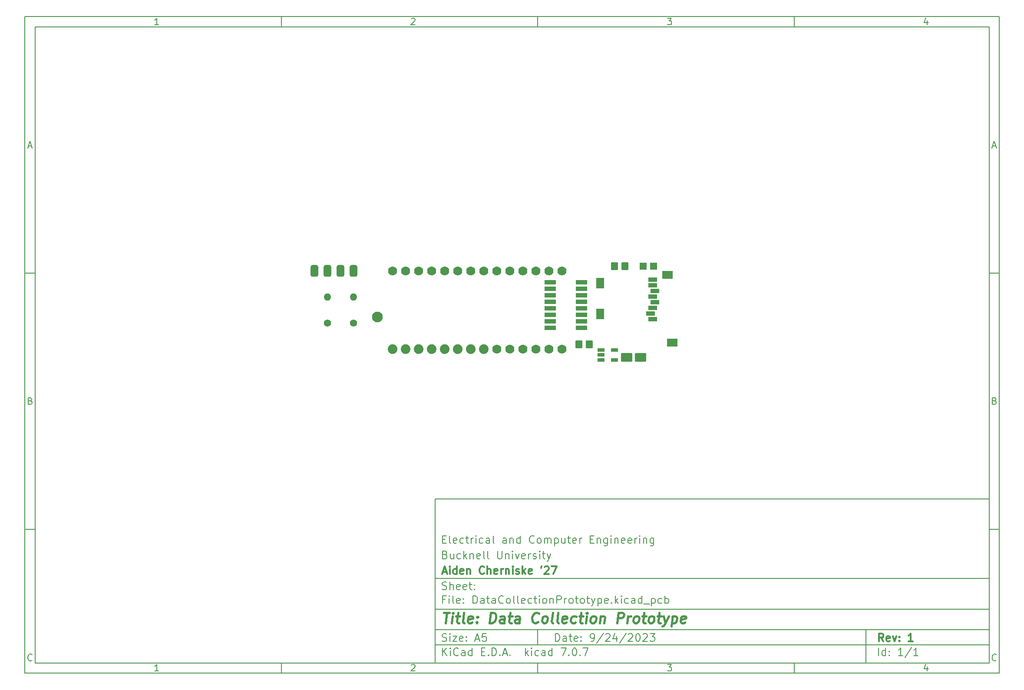
<source format=gbr>
%TF.GenerationSoftware,KiCad,Pcbnew,7.0.7*%
%TF.CreationDate,2023-09-27T12:08:52-04:00*%
%TF.ProjectId,DataCollectionPrototype,44617461-436f-46c6-9c65-6374696f6e50,1*%
%TF.SameCoordinates,Original*%
%TF.FileFunction,Soldermask,Bot*%
%TF.FilePolarity,Negative*%
%FSLAX46Y46*%
G04 Gerber Fmt 4.6, Leading zero omitted, Abs format (unit mm)*
G04 Created by KiCad (PCBNEW 7.0.7) date 2023-09-27 12:08:52*
%MOMM*%
%LPD*%
G01*
G04 APERTURE LIST*
G04 Aperture macros list*
%AMRoundRect*
0 Rectangle with rounded corners*
0 $1 Rounding radius*
0 $2 $3 $4 $5 $6 $7 $8 $9 X,Y pos of 4 corners*
0 Add a 4 corners polygon primitive as box body*
4,1,4,$2,$3,$4,$5,$6,$7,$8,$9,$2,$3,0*
0 Add four circle primitives for the rounded corners*
1,1,$1+$1,$2,$3*
1,1,$1+$1,$4,$5*
1,1,$1+$1,$6,$7*
1,1,$1+$1,$8,$9*
0 Add four rect primitives between the rounded corners*
20,1,$1+$1,$2,$3,$4,$5,0*
20,1,$1+$1,$4,$5,$6,$7,0*
20,1,$1+$1,$6,$7,$8,$9,0*
20,1,$1+$1,$8,$9,$2,$3,0*%
G04 Aperture macros list end*
%ADD10C,0.100000*%
%ADD11C,0.150000*%
%ADD12C,0.300000*%
%ADD13C,0.400000*%
%ADD14C,2.100000*%
%ADD15RoundRect,0.101600X-0.950000X0.700000X-0.950000X-0.700000X0.950000X-0.700000X0.950000X0.700000X0*%
%ADD16RoundRect,0.101600X0.700000X0.900000X-0.700000X0.900000X-0.700000X-0.900000X0.700000X-0.900000X0*%
%ADD17RoundRect,0.101600X-0.750000X0.350000X-0.750000X-0.350000X0.750000X-0.350000X0.750000X0.350000X0*%
%ADD18C,1.400000*%
%ADD19O,1.400000X1.400000*%
%ADD20C,1.879600*%
%ADD21C,1.778000*%
%ADD22RoundRect,0.381000X0.381000X-0.762000X0.381000X0.762000X-0.381000X0.762000X-0.381000X-0.762000X0*%
%ADD23RoundRect,0.101600X-0.550000X-0.700000X0.550000X-0.700000X0.550000X0.700000X-0.550000X0.700000X0*%
%ADD24RoundRect,0.101600X0.600000X-0.275000X0.600000X0.275000X-0.600000X0.275000X-0.600000X-0.275000X0*%
%ADD25RoundRect,0.101600X-1.016000X0.330200X-1.016000X-0.330200X1.016000X-0.330200X1.016000X0.330200X0*%
%ADD26RoundRect,0.101600X0.550000X0.700000X-0.550000X0.700000X-0.550000X-0.700000X0.550000X-0.700000X0*%
%ADD27RoundRect,0.101600X-0.975000X-0.750000X0.975000X-0.750000X0.975000X0.750000X-0.975000X0.750000X0*%
%ADD28RoundRect,0.101600X-0.600000X0.600000X-0.600000X-0.600000X0.600000X-0.600000X0.600000X0.600000X0*%
G04 APERTURE END LIST*
D10*
D11*
X90007200Y-104005800D02*
X198007200Y-104005800D01*
X198007200Y-136005800D01*
X90007200Y-136005800D01*
X90007200Y-104005800D01*
D10*
D11*
X10000000Y-10000000D02*
X200007200Y-10000000D01*
X200007200Y-138005800D01*
X10000000Y-138005800D01*
X10000000Y-10000000D01*
D10*
D11*
X12000000Y-12000000D02*
X198007200Y-12000000D01*
X198007200Y-136005800D01*
X12000000Y-136005800D01*
X12000000Y-12000000D01*
D10*
D11*
X60000000Y-12000000D02*
X60000000Y-10000000D01*
D10*
D11*
X110000000Y-12000000D02*
X110000000Y-10000000D01*
D10*
D11*
X160000000Y-12000000D02*
X160000000Y-10000000D01*
D10*
D11*
X36089160Y-11593604D02*
X35346303Y-11593604D01*
X35717731Y-11593604D02*
X35717731Y-10293604D01*
X35717731Y-10293604D02*
X35593922Y-10479319D01*
X35593922Y-10479319D02*
X35470112Y-10603128D01*
X35470112Y-10603128D02*
X35346303Y-10665033D01*
D10*
D11*
X85346303Y-10417414D02*
X85408207Y-10355509D01*
X85408207Y-10355509D02*
X85532017Y-10293604D01*
X85532017Y-10293604D02*
X85841541Y-10293604D01*
X85841541Y-10293604D02*
X85965350Y-10355509D01*
X85965350Y-10355509D02*
X86027255Y-10417414D01*
X86027255Y-10417414D02*
X86089160Y-10541223D01*
X86089160Y-10541223D02*
X86089160Y-10665033D01*
X86089160Y-10665033D02*
X86027255Y-10850747D01*
X86027255Y-10850747D02*
X85284398Y-11593604D01*
X85284398Y-11593604D02*
X86089160Y-11593604D01*
D10*
D11*
X135284398Y-10293604D02*
X136089160Y-10293604D01*
X136089160Y-10293604D02*
X135655826Y-10788842D01*
X135655826Y-10788842D02*
X135841541Y-10788842D01*
X135841541Y-10788842D02*
X135965350Y-10850747D01*
X135965350Y-10850747D02*
X136027255Y-10912652D01*
X136027255Y-10912652D02*
X136089160Y-11036461D01*
X136089160Y-11036461D02*
X136089160Y-11345985D01*
X136089160Y-11345985D02*
X136027255Y-11469795D01*
X136027255Y-11469795D02*
X135965350Y-11531700D01*
X135965350Y-11531700D02*
X135841541Y-11593604D01*
X135841541Y-11593604D02*
X135470112Y-11593604D01*
X135470112Y-11593604D02*
X135346303Y-11531700D01*
X135346303Y-11531700D02*
X135284398Y-11469795D01*
D10*
D11*
X185965350Y-10726938D02*
X185965350Y-11593604D01*
X185655826Y-10231700D02*
X185346303Y-11160271D01*
X185346303Y-11160271D02*
X186151064Y-11160271D01*
D10*
D11*
X60000000Y-136005800D02*
X60000000Y-138005800D01*
D10*
D11*
X110000000Y-136005800D02*
X110000000Y-138005800D01*
D10*
D11*
X160000000Y-136005800D02*
X160000000Y-138005800D01*
D10*
D11*
X36089160Y-137599404D02*
X35346303Y-137599404D01*
X35717731Y-137599404D02*
X35717731Y-136299404D01*
X35717731Y-136299404D02*
X35593922Y-136485119D01*
X35593922Y-136485119D02*
X35470112Y-136608928D01*
X35470112Y-136608928D02*
X35346303Y-136670833D01*
D10*
D11*
X85346303Y-136423214D02*
X85408207Y-136361309D01*
X85408207Y-136361309D02*
X85532017Y-136299404D01*
X85532017Y-136299404D02*
X85841541Y-136299404D01*
X85841541Y-136299404D02*
X85965350Y-136361309D01*
X85965350Y-136361309D02*
X86027255Y-136423214D01*
X86027255Y-136423214D02*
X86089160Y-136547023D01*
X86089160Y-136547023D02*
X86089160Y-136670833D01*
X86089160Y-136670833D02*
X86027255Y-136856547D01*
X86027255Y-136856547D02*
X85284398Y-137599404D01*
X85284398Y-137599404D02*
X86089160Y-137599404D01*
D10*
D11*
X135284398Y-136299404D02*
X136089160Y-136299404D01*
X136089160Y-136299404D02*
X135655826Y-136794642D01*
X135655826Y-136794642D02*
X135841541Y-136794642D01*
X135841541Y-136794642D02*
X135965350Y-136856547D01*
X135965350Y-136856547D02*
X136027255Y-136918452D01*
X136027255Y-136918452D02*
X136089160Y-137042261D01*
X136089160Y-137042261D02*
X136089160Y-137351785D01*
X136089160Y-137351785D02*
X136027255Y-137475595D01*
X136027255Y-137475595D02*
X135965350Y-137537500D01*
X135965350Y-137537500D02*
X135841541Y-137599404D01*
X135841541Y-137599404D02*
X135470112Y-137599404D01*
X135470112Y-137599404D02*
X135346303Y-137537500D01*
X135346303Y-137537500D02*
X135284398Y-137475595D01*
D10*
D11*
X185965350Y-136732738D02*
X185965350Y-137599404D01*
X185655826Y-136237500D02*
X185346303Y-137166071D01*
X185346303Y-137166071D02*
X186151064Y-137166071D01*
D10*
D11*
X10000000Y-60000000D02*
X12000000Y-60000000D01*
D10*
D11*
X10000000Y-110000000D02*
X12000000Y-110000000D01*
D10*
D11*
X10690476Y-35222176D02*
X11309523Y-35222176D01*
X10566666Y-35593604D02*
X10999999Y-34293604D01*
X10999999Y-34293604D02*
X11433333Y-35593604D01*
D10*
D11*
X11092857Y-84912652D02*
X11278571Y-84974557D01*
X11278571Y-84974557D02*
X11340476Y-85036461D01*
X11340476Y-85036461D02*
X11402380Y-85160271D01*
X11402380Y-85160271D02*
X11402380Y-85345985D01*
X11402380Y-85345985D02*
X11340476Y-85469795D01*
X11340476Y-85469795D02*
X11278571Y-85531700D01*
X11278571Y-85531700D02*
X11154761Y-85593604D01*
X11154761Y-85593604D02*
X10659523Y-85593604D01*
X10659523Y-85593604D02*
X10659523Y-84293604D01*
X10659523Y-84293604D02*
X11092857Y-84293604D01*
X11092857Y-84293604D02*
X11216666Y-84355509D01*
X11216666Y-84355509D02*
X11278571Y-84417414D01*
X11278571Y-84417414D02*
X11340476Y-84541223D01*
X11340476Y-84541223D02*
X11340476Y-84665033D01*
X11340476Y-84665033D02*
X11278571Y-84788842D01*
X11278571Y-84788842D02*
X11216666Y-84850747D01*
X11216666Y-84850747D02*
X11092857Y-84912652D01*
X11092857Y-84912652D02*
X10659523Y-84912652D01*
D10*
D11*
X11402380Y-135469795D02*
X11340476Y-135531700D01*
X11340476Y-135531700D02*
X11154761Y-135593604D01*
X11154761Y-135593604D02*
X11030952Y-135593604D01*
X11030952Y-135593604D02*
X10845238Y-135531700D01*
X10845238Y-135531700D02*
X10721428Y-135407890D01*
X10721428Y-135407890D02*
X10659523Y-135284080D01*
X10659523Y-135284080D02*
X10597619Y-135036461D01*
X10597619Y-135036461D02*
X10597619Y-134850747D01*
X10597619Y-134850747D02*
X10659523Y-134603128D01*
X10659523Y-134603128D02*
X10721428Y-134479319D01*
X10721428Y-134479319D02*
X10845238Y-134355509D01*
X10845238Y-134355509D02*
X11030952Y-134293604D01*
X11030952Y-134293604D02*
X11154761Y-134293604D01*
X11154761Y-134293604D02*
X11340476Y-134355509D01*
X11340476Y-134355509D02*
X11402380Y-134417414D01*
D10*
D11*
X200007200Y-60000000D02*
X198007200Y-60000000D01*
D10*
D11*
X200007200Y-110000000D02*
X198007200Y-110000000D01*
D10*
D11*
X198697676Y-35222176D02*
X199316723Y-35222176D01*
X198573866Y-35593604D02*
X199007199Y-34293604D01*
X199007199Y-34293604D02*
X199440533Y-35593604D01*
D10*
D11*
X199100057Y-84912652D02*
X199285771Y-84974557D01*
X199285771Y-84974557D02*
X199347676Y-85036461D01*
X199347676Y-85036461D02*
X199409580Y-85160271D01*
X199409580Y-85160271D02*
X199409580Y-85345985D01*
X199409580Y-85345985D02*
X199347676Y-85469795D01*
X199347676Y-85469795D02*
X199285771Y-85531700D01*
X199285771Y-85531700D02*
X199161961Y-85593604D01*
X199161961Y-85593604D02*
X198666723Y-85593604D01*
X198666723Y-85593604D02*
X198666723Y-84293604D01*
X198666723Y-84293604D02*
X199100057Y-84293604D01*
X199100057Y-84293604D02*
X199223866Y-84355509D01*
X199223866Y-84355509D02*
X199285771Y-84417414D01*
X199285771Y-84417414D02*
X199347676Y-84541223D01*
X199347676Y-84541223D02*
X199347676Y-84665033D01*
X199347676Y-84665033D02*
X199285771Y-84788842D01*
X199285771Y-84788842D02*
X199223866Y-84850747D01*
X199223866Y-84850747D02*
X199100057Y-84912652D01*
X199100057Y-84912652D02*
X198666723Y-84912652D01*
D10*
D11*
X199409580Y-135469795D02*
X199347676Y-135531700D01*
X199347676Y-135531700D02*
X199161961Y-135593604D01*
X199161961Y-135593604D02*
X199038152Y-135593604D01*
X199038152Y-135593604D02*
X198852438Y-135531700D01*
X198852438Y-135531700D02*
X198728628Y-135407890D01*
X198728628Y-135407890D02*
X198666723Y-135284080D01*
X198666723Y-135284080D02*
X198604819Y-135036461D01*
X198604819Y-135036461D02*
X198604819Y-134850747D01*
X198604819Y-134850747D02*
X198666723Y-134603128D01*
X198666723Y-134603128D02*
X198728628Y-134479319D01*
X198728628Y-134479319D02*
X198852438Y-134355509D01*
X198852438Y-134355509D02*
X199038152Y-134293604D01*
X199038152Y-134293604D02*
X199161961Y-134293604D01*
X199161961Y-134293604D02*
X199347676Y-134355509D01*
X199347676Y-134355509D02*
X199409580Y-134417414D01*
D10*
D11*
X113463026Y-131791928D02*
X113463026Y-130291928D01*
X113463026Y-130291928D02*
X113820169Y-130291928D01*
X113820169Y-130291928D02*
X114034455Y-130363357D01*
X114034455Y-130363357D02*
X114177312Y-130506214D01*
X114177312Y-130506214D02*
X114248741Y-130649071D01*
X114248741Y-130649071D02*
X114320169Y-130934785D01*
X114320169Y-130934785D02*
X114320169Y-131149071D01*
X114320169Y-131149071D02*
X114248741Y-131434785D01*
X114248741Y-131434785D02*
X114177312Y-131577642D01*
X114177312Y-131577642D02*
X114034455Y-131720500D01*
X114034455Y-131720500D02*
X113820169Y-131791928D01*
X113820169Y-131791928D02*
X113463026Y-131791928D01*
X115605884Y-131791928D02*
X115605884Y-131006214D01*
X115605884Y-131006214D02*
X115534455Y-130863357D01*
X115534455Y-130863357D02*
X115391598Y-130791928D01*
X115391598Y-130791928D02*
X115105884Y-130791928D01*
X115105884Y-130791928D02*
X114963026Y-130863357D01*
X115605884Y-131720500D02*
X115463026Y-131791928D01*
X115463026Y-131791928D02*
X115105884Y-131791928D01*
X115105884Y-131791928D02*
X114963026Y-131720500D01*
X114963026Y-131720500D02*
X114891598Y-131577642D01*
X114891598Y-131577642D02*
X114891598Y-131434785D01*
X114891598Y-131434785D02*
X114963026Y-131291928D01*
X114963026Y-131291928D02*
X115105884Y-131220500D01*
X115105884Y-131220500D02*
X115463026Y-131220500D01*
X115463026Y-131220500D02*
X115605884Y-131149071D01*
X116105884Y-130791928D02*
X116677312Y-130791928D01*
X116320169Y-130291928D02*
X116320169Y-131577642D01*
X116320169Y-131577642D02*
X116391598Y-131720500D01*
X116391598Y-131720500D02*
X116534455Y-131791928D01*
X116534455Y-131791928D02*
X116677312Y-131791928D01*
X117748741Y-131720500D02*
X117605884Y-131791928D01*
X117605884Y-131791928D02*
X117320170Y-131791928D01*
X117320170Y-131791928D02*
X117177312Y-131720500D01*
X117177312Y-131720500D02*
X117105884Y-131577642D01*
X117105884Y-131577642D02*
X117105884Y-131006214D01*
X117105884Y-131006214D02*
X117177312Y-130863357D01*
X117177312Y-130863357D02*
X117320170Y-130791928D01*
X117320170Y-130791928D02*
X117605884Y-130791928D01*
X117605884Y-130791928D02*
X117748741Y-130863357D01*
X117748741Y-130863357D02*
X117820170Y-131006214D01*
X117820170Y-131006214D02*
X117820170Y-131149071D01*
X117820170Y-131149071D02*
X117105884Y-131291928D01*
X118463026Y-131649071D02*
X118534455Y-131720500D01*
X118534455Y-131720500D02*
X118463026Y-131791928D01*
X118463026Y-131791928D02*
X118391598Y-131720500D01*
X118391598Y-131720500D02*
X118463026Y-131649071D01*
X118463026Y-131649071D02*
X118463026Y-131791928D01*
X118463026Y-130863357D02*
X118534455Y-130934785D01*
X118534455Y-130934785D02*
X118463026Y-131006214D01*
X118463026Y-131006214D02*
X118391598Y-130934785D01*
X118391598Y-130934785D02*
X118463026Y-130863357D01*
X118463026Y-130863357D02*
X118463026Y-131006214D01*
X120391598Y-131791928D02*
X120677312Y-131791928D01*
X120677312Y-131791928D02*
X120820169Y-131720500D01*
X120820169Y-131720500D02*
X120891598Y-131649071D01*
X120891598Y-131649071D02*
X121034455Y-131434785D01*
X121034455Y-131434785D02*
X121105884Y-131149071D01*
X121105884Y-131149071D02*
X121105884Y-130577642D01*
X121105884Y-130577642D02*
X121034455Y-130434785D01*
X121034455Y-130434785D02*
X120963027Y-130363357D01*
X120963027Y-130363357D02*
X120820169Y-130291928D01*
X120820169Y-130291928D02*
X120534455Y-130291928D01*
X120534455Y-130291928D02*
X120391598Y-130363357D01*
X120391598Y-130363357D02*
X120320169Y-130434785D01*
X120320169Y-130434785D02*
X120248741Y-130577642D01*
X120248741Y-130577642D02*
X120248741Y-130934785D01*
X120248741Y-130934785D02*
X120320169Y-131077642D01*
X120320169Y-131077642D02*
X120391598Y-131149071D01*
X120391598Y-131149071D02*
X120534455Y-131220500D01*
X120534455Y-131220500D02*
X120820169Y-131220500D01*
X120820169Y-131220500D02*
X120963027Y-131149071D01*
X120963027Y-131149071D02*
X121034455Y-131077642D01*
X121034455Y-131077642D02*
X121105884Y-130934785D01*
X122820169Y-130220500D02*
X121534455Y-132149071D01*
X123248741Y-130434785D02*
X123320169Y-130363357D01*
X123320169Y-130363357D02*
X123463027Y-130291928D01*
X123463027Y-130291928D02*
X123820169Y-130291928D01*
X123820169Y-130291928D02*
X123963027Y-130363357D01*
X123963027Y-130363357D02*
X124034455Y-130434785D01*
X124034455Y-130434785D02*
X124105884Y-130577642D01*
X124105884Y-130577642D02*
X124105884Y-130720500D01*
X124105884Y-130720500D02*
X124034455Y-130934785D01*
X124034455Y-130934785D02*
X123177312Y-131791928D01*
X123177312Y-131791928D02*
X124105884Y-131791928D01*
X125391598Y-130791928D02*
X125391598Y-131791928D01*
X125034455Y-130220500D02*
X124677312Y-131291928D01*
X124677312Y-131291928D02*
X125605883Y-131291928D01*
X127248740Y-130220500D02*
X125963026Y-132149071D01*
X127677312Y-130434785D02*
X127748740Y-130363357D01*
X127748740Y-130363357D02*
X127891598Y-130291928D01*
X127891598Y-130291928D02*
X128248740Y-130291928D01*
X128248740Y-130291928D02*
X128391598Y-130363357D01*
X128391598Y-130363357D02*
X128463026Y-130434785D01*
X128463026Y-130434785D02*
X128534455Y-130577642D01*
X128534455Y-130577642D02*
X128534455Y-130720500D01*
X128534455Y-130720500D02*
X128463026Y-130934785D01*
X128463026Y-130934785D02*
X127605883Y-131791928D01*
X127605883Y-131791928D02*
X128534455Y-131791928D01*
X129463026Y-130291928D02*
X129605883Y-130291928D01*
X129605883Y-130291928D02*
X129748740Y-130363357D01*
X129748740Y-130363357D02*
X129820169Y-130434785D01*
X129820169Y-130434785D02*
X129891597Y-130577642D01*
X129891597Y-130577642D02*
X129963026Y-130863357D01*
X129963026Y-130863357D02*
X129963026Y-131220500D01*
X129963026Y-131220500D02*
X129891597Y-131506214D01*
X129891597Y-131506214D02*
X129820169Y-131649071D01*
X129820169Y-131649071D02*
X129748740Y-131720500D01*
X129748740Y-131720500D02*
X129605883Y-131791928D01*
X129605883Y-131791928D02*
X129463026Y-131791928D01*
X129463026Y-131791928D02*
X129320169Y-131720500D01*
X129320169Y-131720500D02*
X129248740Y-131649071D01*
X129248740Y-131649071D02*
X129177311Y-131506214D01*
X129177311Y-131506214D02*
X129105883Y-131220500D01*
X129105883Y-131220500D02*
X129105883Y-130863357D01*
X129105883Y-130863357D02*
X129177311Y-130577642D01*
X129177311Y-130577642D02*
X129248740Y-130434785D01*
X129248740Y-130434785D02*
X129320169Y-130363357D01*
X129320169Y-130363357D02*
X129463026Y-130291928D01*
X130534454Y-130434785D02*
X130605882Y-130363357D01*
X130605882Y-130363357D02*
X130748740Y-130291928D01*
X130748740Y-130291928D02*
X131105882Y-130291928D01*
X131105882Y-130291928D02*
X131248740Y-130363357D01*
X131248740Y-130363357D02*
X131320168Y-130434785D01*
X131320168Y-130434785D02*
X131391597Y-130577642D01*
X131391597Y-130577642D02*
X131391597Y-130720500D01*
X131391597Y-130720500D02*
X131320168Y-130934785D01*
X131320168Y-130934785D02*
X130463025Y-131791928D01*
X130463025Y-131791928D02*
X131391597Y-131791928D01*
X131891596Y-130291928D02*
X132820168Y-130291928D01*
X132820168Y-130291928D02*
X132320168Y-130863357D01*
X132320168Y-130863357D02*
X132534453Y-130863357D01*
X132534453Y-130863357D02*
X132677311Y-130934785D01*
X132677311Y-130934785D02*
X132748739Y-131006214D01*
X132748739Y-131006214D02*
X132820168Y-131149071D01*
X132820168Y-131149071D02*
X132820168Y-131506214D01*
X132820168Y-131506214D02*
X132748739Y-131649071D01*
X132748739Y-131649071D02*
X132677311Y-131720500D01*
X132677311Y-131720500D02*
X132534453Y-131791928D01*
X132534453Y-131791928D02*
X132105882Y-131791928D01*
X132105882Y-131791928D02*
X131963025Y-131720500D01*
X131963025Y-131720500D02*
X131891596Y-131649071D01*
D10*
D11*
X90007200Y-132505800D02*
X198007200Y-132505800D01*
D10*
D11*
X91463026Y-134591928D02*
X91463026Y-133091928D01*
X92320169Y-134591928D02*
X91677312Y-133734785D01*
X92320169Y-133091928D02*
X91463026Y-133949071D01*
X92963026Y-134591928D02*
X92963026Y-133591928D01*
X92963026Y-133091928D02*
X92891598Y-133163357D01*
X92891598Y-133163357D02*
X92963026Y-133234785D01*
X92963026Y-133234785D02*
X93034455Y-133163357D01*
X93034455Y-133163357D02*
X92963026Y-133091928D01*
X92963026Y-133091928D02*
X92963026Y-133234785D01*
X94534455Y-134449071D02*
X94463027Y-134520500D01*
X94463027Y-134520500D02*
X94248741Y-134591928D01*
X94248741Y-134591928D02*
X94105884Y-134591928D01*
X94105884Y-134591928D02*
X93891598Y-134520500D01*
X93891598Y-134520500D02*
X93748741Y-134377642D01*
X93748741Y-134377642D02*
X93677312Y-134234785D01*
X93677312Y-134234785D02*
X93605884Y-133949071D01*
X93605884Y-133949071D02*
X93605884Y-133734785D01*
X93605884Y-133734785D02*
X93677312Y-133449071D01*
X93677312Y-133449071D02*
X93748741Y-133306214D01*
X93748741Y-133306214D02*
X93891598Y-133163357D01*
X93891598Y-133163357D02*
X94105884Y-133091928D01*
X94105884Y-133091928D02*
X94248741Y-133091928D01*
X94248741Y-133091928D02*
X94463027Y-133163357D01*
X94463027Y-133163357D02*
X94534455Y-133234785D01*
X95820170Y-134591928D02*
X95820170Y-133806214D01*
X95820170Y-133806214D02*
X95748741Y-133663357D01*
X95748741Y-133663357D02*
X95605884Y-133591928D01*
X95605884Y-133591928D02*
X95320170Y-133591928D01*
X95320170Y-133591928D02*
X95177312Y-133663357D01*
X95820170Y-134520500D02*
X95677312Y-134591928D01*
X95677312Y-134591928D02*
X95320170Y-134591928D01*
X95320170Y-134591928D02*
X95177312Y-134520500D01*
X95177312Y-134520500D02*
X95105884Y-134377642D01*
X95105884Y-134377642D02*
X95105884Y-134234785D01*
X95105884Y-134234785D02*
X95177312Y-134091928D01*
X95177312Y-134091928D02*
X95320170Y-134020500D01*
X95320170Y-134020500D02*
X95677312Y-134020500D01*
X95677312Y-134020500D02*
X95820170Y-133949071D01*
X97177313Y-134591928D02*
X97177313Y-133091928D01*
X97177313Y-134520500D02*
X97034455Y-134591928D01*
X97034455Y-134591928D02*
X96748741Y-134591928D01*
X96748741Y-134591928D02*
X96605884Y-134520500D01*
X96605884Y-134520500D02*
X96534455Y-134449071D01*
X96534455Y-134449071D02*
X96463027Y-134306214D01*
X96463027Y-134306214D02*
X96463027Y-133877642D01*
X96463027Y-133877642D02*
X96534455Y-133734785D01*
X96534455Y-133734785D02*
X96605884Y-133663357D01*
X96605884Y-133663357D02*
X96748741Y-133591928D01*
X96748741Y-133591928D02*
X97034455Y-133591928D01*
X97034455Y-133591928D02*
X97177313Y-133663357D01*
X99034455Y-133806214D02*
X99534455Y-133806214D01*
X99748741Y-134591928D02*
X99034455Y-134591928D01*
X99034455Y-134591928D02*
X99034455Y-133091928D01*
X99034455Y-133091928D02*
X99748741Y-133091928D01*
X100391598Y-134449071D02*
X100463027Y-134520500D01*
X100463027Y-134520500D02*
X100391598Y-134591928D01*
X100391598Y-134591928D02*
X100320170Y-134520500D01*
X100320170Y-134520500D02*
X100391598Y-134449071D01*
X100391598Y-134449071D02*
X100391598Y-134591928D01*
X101105884Y-134591928D02*
X101105884Y-133091928D01*
X101105884Y-133091928D02*
X101463027Y-133091928D01*
X101463027Y-133091928D02*
X101677313Y-133163357D01*
X101677313Y-133163357D02*
X101820170Y-133306214D01*
X101820170Y-133306214D02*
X101891599Y-133449071D01*
X101891599Y-133449071D02*
X101963027Y-133734785D01*
X101963027Y-133734785D02*
X101963027Y-133949071D01*
X101963027Y-133949071D02*
X101891599Y-134234785D01*
X101891599Y-134234785D02*
X101820170Y-134377642D01*
X101820170Y-134377642D02*
X101677313Y-134520500D01*
X101677313Y-134520500D02*
X101463027Y-134591928D01*
X101463027Y-134591928D02*
X101105884Y-134591928D01*
X102605884Y-134449071D02*
X102677313Y-134520500D01*
X102677313Y-134520500D02*
X102605884Y-134591928D01*
X102605884Y-134591928D02*
X102534456Y-134520500D01*
X102534456Y-134520500D02*
X102605884Y-134449071D01*
X102605884Y-134449071D02*
X102605884Y-134591928D01*
X103248742Y-134163357D02*
X103963028Y-134163357D01*
X103105885Y-134591928D02*
X103605885Y-133091928D01*
X103605885Y-133091928D02*
X104105885Y-134591928D01*
X104605884Y-134449071D02*
X104677313Y-134520500D01*
X104677313Y-134520500D02*
X104605884Y-134591928D01*
X104605884Y-134591928D02*
X104534456Y-134520500D01*
X104534456Y-134520500D02*
X104605884Y-134449071D01*
X104605884Y-134449071D02*
X104605884Y-134591928D01*
X107605884Y-134591928D02*
X107605884Y-133091928D01*
X107748742Y-134020500D02*
X108177313Y-134591928D01*
X108177313Y-133591928D02*
X107605884Y-134163357D01*
X108820170Y-134591928D02*
X108820170Y-133591928D01*
X108820170Y-133091928D02*
X108748742Y-133163357D01*
X108748742Y-133163357D02*
X108820170Y-133234785D01*
X108820170Y-133234785D02*
X108891599Y-133163357D01*
X108891599Y-133163357D02*
X108820170Y-133091928D01*
X108820170Y-133091928D02*
X108820170Y-133234785D01*
X110177314Y-134520500D02*
X110034456Y-134591928D01*
X110034456Y-134591928D02*
X109748742Y-134591928D01*
X109748742Y-134591928D02*
X109605885Y-134520500D01*
X109605885Y-134520500D02*
X109534456Y-134449071D01*
X109534456Y-134449071D02*
X109463028Y-134306214D01*
X109463028Y-134306214D02*
X109463028Y-133877642D01*
X109463028Y-133877642D02*
X109534456Y-133734785D01*
X109534456Y-133734785D02*
X109605885Y-133663357D01*
X109605885Y-133663357D02*
X109748742Y-133591928D01*
X109748742Y-133591928D02*
X110034456Y-133591928D01*
X110034456Y-133591928D02*
X110177314Y-133663357D01*
X111463028Y-134591928D02*
X111463028Y-133806214D01*
X111463028Y-133806214D02*
X111391599Y-133663357D01*
X111391599Y-133663357D02*
X111248742Y-133591928D01*
X111248742Y-133591928D02*
X110963028Y-133591928D01*
X110963028Y-133591928D02*
X110820170Y-133663357D01*
X111463028Y-134520500D02*
X111320170Y-134591928D01*
X111320170Y-134591928D02*
X110963028Y-134591928D01*
X110963028Y-134591928D02*
X110820170Y-134520500D01*
X110820170Y-134520500D02*
X110748742Y-134377642D01*
X110748742Y-134377642D02*
X110748742Y-134234785D01*
X110748742Y-134234785D02*
X110820170Y-134091928D01*
X110820170Y-134091928D02*
X110963028Y-134020500D01*
X110963028Y-134020500D02*
X111320170Y-134020500D01*
X111320170Y-134020500D02*
X111463028Y-133949071D01*
X112820171Y-134591928D02*
X112820171Y-133091928D01*
X112820171Y-134520500D02*
X112677313Y-134591928D01*
X112677313Y-134591928D02*
X112391599Y-134591928D01*
X112391599Y-134591928D02*
X112248742Y-134520500D01*
X112248742Y-134520500D02*
X112177313Y-134449071D01*
X112177313Y-134449071D02*
X112105885Y-134306214D01*
X112105885Y-134306214D02*
X112105885Y-133877642D01*
X112105885Y-133877642D02*
X112177313Y-133734785D01*
X112177313Y-133734785D02*
X112248742Y-133663357D01*
X112248742Y-133663357D02*
X112391599Y-133591928D01*
X112391599Y-133591928D02*
X112677313Y-133591928D01*
X112677313Y-133591928D02*
X112820171Y-133663357D01*
X114534456Y-133091928D02*
X115534456Y-133091928D01*
X115534456Y-133091928D02*
X114891599Y-134591928D01*
X116105884Y-134449071D02*
X116177313Y-134520500D01*
X116177313Y-134520500D02*
X116105884Y-134591928D01*
X116105884Y-134591928D02*
X116034456Y-134520500D01*
X116034456Y-134520500D02*
X116105884Y-134449071D01*
X116105884Y-134449071D02*
X116105884Y-134591928D01*
X117105885Y-133091928D02*
X117248742Y-133091928D01*
X117248742Y-133091928D02*
X117391599Y-133163357D01*
X117391599Y-133163357D02*
X117463028Y-133234785D01*
X117463028Y-133234785D02*
X117534456Y-133377642D01*
X117534456Y-133377642D02*
X117605885Y-133663357D01*
X117605885Y-133663357D02*
X117605885Y-134020500D01*
X117605885Y-134020500D02*
X117534456Y-134306214D01*
X117534456Y-134306214D02*
X117463028Y-134449071D01*
X117463028Y-134449071D02*
X117391599Y-134520500D01*
X117391599Y-134520500D02*
X117248742Y-134591928D01*
X117248742Y-134591928D02*
X117105885Y-134591928D01*
X117105885Y-134591928D02*
X116963028Y-134520500D01*
X116963028Y-134520500D02*
X116891599Y-134449071D01*
X116891599Y-134449071D02*
X116820170Y-134306214D01*
X116820170Y-134306214D02*
X116748742Y-134020500D01*
X116748742Y-134020500D02*
X116748742Y-133663357D01*
X116748742Y-133663357D02*
X116820170Y-133377642D01*
X116820170Y-133377642D02*
X116891599Y-133234785D01*
X116891599Y-133234785D02*
X116963028Y-133163357D01*
X116963028Y-133163357D02*
X117105885Y-133091928D01*
X118248741Y-134449071D02*
X118320170Y-134520500D01*
X118320170Y-134520500D02*
X118248741Y-134591928D01*
X118248741Y-134591928D02*
X118177313Y-134520500D01*
X118177313Y-134520500D02*
X118248741Y-134449071D01*
X118248741Y-134449071D02*
X118248741Y-134591928D01*
X118820170Y-133091928D02*
X119820170Y-133091928D01*
X119820170Y-133091928D02*
X119177313Y-134591928D01*
D10*
D11*
X90007200Y-129505800D02*
X198007200Y-129505800D01*
D10*
D12*
X177418853Y-131784128D02*
X176918853Y-131069842D01*
X176561710Y-131784128D02*
X176561710Y-130284128D01*
X176561710Y-130284128D02*
X177133139Y-130284128D01*
X177133139Y-130284128D02*
X177275996Y-130355557D01*
X177275996Y-130355557D02*
X177347425Y-130426985D01*
X177347425Y-130426985D02*
X177418853Y-130569842D01*
X177418853Y-130569842D02*
X177418853Y-130784128D01*
X177418853Y-130784128D02*
X177347425Y-130926985D01*
X177347425Y-130926985D02*
X177275996Y-130998414D01*
X177275996Y-130998414D02*
X177133139Y-131069842D01*
X177133139Y-131069842D02*
X176561710Y-131069842D01*
X178633139Y-131712700D02*
X178490282Y-131784128D01*
X178490282Y-131784128D02*
X178204568Y-131784128D01*
X178204568Y-131784128D02*
X178061710Y-131712700D01*
X178061710Y-131712700D02*
X177990282Y-131569842D01*
X177990282Y-131569842D02*
X177990282Y-130998414D01*
X177990282Y-130998414D02*
X178061710Y-130855557D01*
X178061710Y-130855557D02*
X178204568Y-130784128D01*
X178204568Y-130784128D02*
X178490282Y-130784128D01*
X178490282Y-130784128D02*
X178633139Y-130855557D01*
X178633139Y-130855557D02*
X178704568Y-130998414D01*
X178704568Y-130998414D02*
X178704568Y-131141271D01*
X178704568Y-131141271D02*
X177990282Y-131284128D01*
X179204567Y-130784128D02*
X179561710Y-131784128D01*
X179561710Y-131784128D02*
X179918853Y-130784128D01*
X180490281Y-131641271D02*
X180561710Y-131712700D01*
X180561710Y-131712700D02*
X180490281Y-131784128D01*
X180490281Y-131784128D02*
X180418853Y-131712700D01*
X180418853Y-131712700D02*
X180490281Y-131641271D01*
X180490281Y-131641271D02*
X180490281Y-131784128D01*
X180490281Y-130855557D02*
X180561710Y-130926985D01*
X180561710Y-130926985D02*
X180490281Y-130998414D01*
X180490281Y-130998414D02*
X180418853Y-130926985D01*
X180418853Y-130926985D02*
X180490281Y-130855557D01*
X180490281Y-130855557D02*
X180490281Y-130998414D01*
X183133139Y-131784128D02*
X182275996Y-131784128D01*
X182704567Y-131784128D02*
X182704567Y-130284128D01*
X182704567Y-130284128D02*
X182561710Y-130498414D01*
X182561710Y-130498414D02*
X182418853Y-130641271D01*
X182418853Y-130641271D02*
X182275996Y-130712700D01*
D10*
D11*
X91391598Y-131720500D02*
X91605884Y-131791928D01*
X91605884Y-131791928D02*
X91963026Y-131791928D01*
X91963026Y-131791928D02*
X92105884Y-131720500D01*
X92105884Y-131720500D02*
X92177312Y-131649071D01*
X92177312Y-131649071D02*
X92248741Y-131506214D01*
X92248741Y-131506214D02*
X92248741Y-131363357D01*
X92248741Y-131363357D02*
X92177312Y-131220500D01*
X92177312Y-131220500D02*
X92105884Y-131149071D01*
X92105884Y-131149071D02*
X91963026Y-131077642D01*
X91963026Y-131077642D02*
X91677312Y-131006214D01*
X91677312Y-131006214D02*
X91534455Y-130934785D01*
X91534455Y-130934785D02*
X91463026Y-130863357D01*
X91463026Y-130863357D02*
X91391598Y-130720500D01*
X91391598Y-130720500D02*
X91391598Y-130577642D01*
X91391598Y-130577642D02*
X91463026Y-130434785D01*
X91463026Y-130434785D02*
X91534455Y-130363357D01*
X91534455Y-130363357D02*
X91677312Y-130291928D01*
X91677312Y-130291928D02*
X92034455Y-130291928D01*
X92034455Y-130291928D02*
X92248741Y-130363357D01*
X92891597Y-131791928D02*
X92891597Y-130791928D01*
X92891597Y-130291928D02*
X92820169Y-130363357D01*
X92820169Y-130363357D02*
X92891597Y-130434785D01*
X92891597Y-130434785D02*
X92963026Y-130363357D01*
X92963026Y-130363357D02*
X92891597Y-130291928D01*
X92891597Y-130291928D02*
X92891597Y-130434785D01*
X93463026Y-130791928D02*
X94248741Y-130791928D01*
X94248741Y-130791928D02*
X93463026Y-131791928D01*
X93463026Y-131791928D02*
X94248741Y-131791928D01*
X95391598Y-131720500D02*
X95248741Y-131791928D01*
X95248741Y-131791928D02*
X94963027Y-131791928D01*
X94963027Y-131791928D02*
X94820169Y-131720500D01*
X94820169Y-131720500D02*
X94748741Y-131577642D01*
X94748741Y-131577642D02*
X94748741Y-131006214D01*
X94748741Y-131006214D02*
X94820169Y-130863357D01*
X94820169Y-130863357D02*
X94963027Y-130791928D01*
X94963027Y-130791928D02*
X95248741Y-130791928D01*
X95248741Y-130791928D02*
X95391598Y-130863357D01*
X95391598Y-130863357D02*
X95463027Y-131006214D01*
X95463027Y-131006214D02*
X95463027Y-131149071D01*
X95463027Y-131149071D02*
X94748741Y-131291928D01*
X96105883Y-131649071D02*
X96177312Y-131720500D01*
X96177312Y-131720500D02*
X96105883Y-131791928D01*
X96105883Y-131791928D02*
X96034455Y-131720500D01*
X96034455Y-131720500D02*
X96105883Y-131649071D01*
X96105883Y-131649071D02*
X96105883Y-131791928D01*
X96105883Y-130863357D02*
X96177312Y-130934785D01*
X96177312Y-130934785D02*
X96105883Y-131006214D01*
X96105883Y-131006214D02*
X96034455Y-130934785D01*
X96034455Y-130934785D02*
X96105883Y-130863357D01*
X96105883Y-130863357D02*
X96105883Y-131006214D01*
X97891598Y-131363357D02*
X98605884Y-131363357D01*
X97748741Y-131791928D02*
X98248741Y-130291928D01*
X98248741Y-130291928D02*
X98748741Y-131791928D01*
X99963026Y-130291928D02*
X99248740Y-130291928D01*
X99248740Y-130291928D02*
X99177312Y-131006214D01*
X99177312Y-131006214D02*
X99248740Y-130934785D01*
X99248740Y-130934785D02*
X99391598Y-130863357D01*
X99391598Y-130863357D02*
X99748740Y-130863357D01*
X99748740Y-130863357D02*
X99891598Y-130934785D01*
X99891598Y-130934785D02*
X99963026Y-131006214D01*
X99963026Y-131006214D02*
X100034455Y-131149071D01*
X100034455Y-131149071D02*
X100034455Y-131506214D01*
X100034455Y-131506214D02*
X99963026Y-131649071D01*
X99963026Y-131649071D02*
X99891598Y-131720500D01*
X99891598Y-131720500D02*
X99748740Y-131791928D01*
X99748740Y-131791928D02*
X99391598Y-131791928D01*
X99391598Y-131791928D02*
X99248740Y-131720500D01*
X99248740Y-131720500D02*
X99177312Y-131649071D01*
D10*
D11*
X176463026Y-134591928D02*
X176463026Y-133091928D01*
X177820170Y-134591928D02*
X177820170Y-133091928D01*
X177820170Y-134520500D02*
X177677312Y-134591928D01*
X177677312Y-134591928D02*
X177391598Y-134591928D01*
X177391598Y-134591928D02*
X177248741Y-134520500D01*
X177248741Y-134520500D02*
X177177312Y-134449071D01*
X177177312Y-134449071D02*
X177105884Y-134306214D01*
X177105884Y-134306214D02*
X177105884Y-133877642D01*
X177105884Y-133877642D02*
X177177312Y-133734785D01*
X177177312Y-133734785D02*
X177248741Y-133663357D01*
X177248741Y-133663357D02*
X177391598Y-133591928D01*
X177391598Y-133591928D02*
X177677312Y-133591928D01*
X177677312Y-133591928D02*
X177820170Y-133663357D01*
X178534455Y-134449071D02*
X178605884Y-134520500D01*
X178605884Y-134520500D02*
X178534455Y-134591928D01*
X178534455Y-134591928D02*
X178463027Y-134520500D01*
X178463027Y-134520500D02*
X178534455Y-134449071D01*
X178534455Y-134449071D02*
X178534455Y-134591928D01*
X178534455Y-133663357D02*
X178605884Y-133734785D01*
X178605884Y-133734785D02*
X178534455Y-133806214D01*
X178534455Y-133806214D02*
X178463027Y-133734785D01*
X178463027Y-133734785D02*
X178534455Y-133663357D01*
X178534455Y-133663357D02*
X178534455Y-133806214D01*
X181177313Y-134591928D02*
X180320170Y-134591928D01*
X180748741Y-134591928D02*
X180748741Y-133091928D01*
X180748741Y-133091928D02*
X180605884Y-133306214D01*
X180605884Y-133306214D02*
X180463027Y-133449071D01*
X180463027Y-133449071D02*
X180320170Y-133520500D01*
X182891598Y-133020500D02*
X181605884Y-134949071D01*
X184177313Y-134591928D02*
X183320170Y-134591928D01*
X183748741Y-134591928D02*
X183748741Y-133091928D01*
X183748741Y-133091928D02*
X183605884Y-133306214D01*
X183605884Y-133306214D02*
X183463027Y-133449071D01*
X183463027Y-133449071D02*
X183320170Y-133520500D01*
D10*
D11*
X90007200Y-125505800D02*
X198007200Y-125505800D01*
D10*
D13*
X91698928Y-126210238D02*
X92841785Y-126210238D01*
X92020357Y-128210238D02*
X92270357Y-126210238D01*
X93258452Y-128210238D02*
X93425119Y-126876904D01*
X93508452Y-126210238D02*
X93401309Y-126305476D01*
X93401309Y-126305476D02*
X93484643Y-126400714D01*
X93484643Y-126400714D02*
X93591786Y-126305476D01*
X93591786Y-126305476D02*
X93508452Y-126210238D01*
X93508452Y-126210238D02*
X93484643Y-126400714D01*
X94091786Y-126876904D02*
X94853690Y-126876904D01*
X94460833Y-126210238D02*
X94246548Y-127924523D01*
X94246548Y-127924523D02*
X94317976Y-128115000D01*
X94317976Y-128115000D02*
X94496548Y-128210238D01*
X94496548Y-128210238D02*
X94687024Y-128210238D01*
X95639405Y-128210238D02*
X95460833Y-128115000D01*
X95460833Y-128115000D02*
X95389405Y-127924523D01*
X95389405Y-127924523D02*
X95603690Y-126210238D01*
X97175119Y-128115000D02*
X96972738Y-128210238D01*
X96972738Y-128210238D02*
X96591785Y-128210238D01*
X96591785Y-128210238D02*
X96413214Y-128115000D01*
X96413214Y-128115000D02*
X96341785Y-127924523D01*
X96341785Y-127924523D02*
X96437024Y-127162619D01*
X96437024Y-127162619D02*
X96556071Y-126972142D01*
X96556071Y-126972142D02*
X96758452Y-126876904D01*
X96758452Y-126876904D02*
X97139404Y-126876904D01*
X97139404Y-126876904D02*
X97317976Y-126972142D01*
X97317976Y-126972142D02*
X97389404Y-127162619D01*
X97389404Y-127162619D02*
X97365595Y-127353095D01*
X97365595Y-127353095D02*
X96389404Y-127543571D01*
X98139405Y-128019761D02*
X98222738Y-128115000D01*
X98222738Y-128115000D02*
X98115595Y-128210238D01*
X98115595Y-128210238D02*
X98032262Y-128115000D01*
X98032262Y-128115000D02*
X98139405Y-128019761D01*
X98139405Y-128019761D02*
X98115595Y-128210238D01*
X98270357Y-126972142D02*
X98353690Y-127067380D01*
X98353690Y-127067380D02*
X98246548Y-127162619D01*
X98246548Y-127162619D02*
X98163214Y-127067380D01*
X98163214Y-127067380D02*
X98270357Y-126972142D01*
X98270357Y-126972142D02*
X98246548Y-127162619D01*
X100591786Y-128210238D02*
X100841786Y-126210238D01*
X100841786Y-126210238D02*
X101317977Y-126210238D01*
X101317977Y-126210238D02*
X101591786Y-126305476D01*
X101591786Y-126305476D02*
X101758453Y-126495952D01*
X101758453Y-126495952D02*
X101829881Y-126686428D01*
X101829881Y-126686428D02*
X101877501Y-127067380D01*
X101877501Y-127067380D02*
X101841786Y-127353095D01*
X101841786Y-127353095D02*
X101698929Y-127734047D01*
X101698929Y-127734047D02*
X101579881Y-127924523D01*
X101579881Y-127924523D02*
X101365596Y-128115000D01*
X101365596Y-128115000D02*
X101067977Y-128210238D01*
X101067977Y-128210238D02*
X100591786Y-128210238D01*
X103448929Y-128210238D02*
X103579881Y-127162619D01*
X103579881Y-127162619D02*
X103508453Y-126972142D01*
X103508453Y-126972142D02*
X103329881Y-126876904D01*
X103329881Y-126876904D02*
X102948929Y-126876904D01*
X102948929Y-126876904D02*
X102746548Y-126972142D01*
X103460834Y-128115000D02*
X103258453Y-128210238D01*
X103258453Y-128210238D02*
X102782262Y-128210238D01*
X102782262Y-128210238D02*
X102603691Y-128115000D01*
X102603691Y-128115000D02*
X102532262Y-127924523D01*
X102532262Y-127924523D02*
X102556072Y-127734047D01*
X102556072Y-127734047D02*
X102675120Y-127543571D01*
X102675120Y-127543571D02*
X102877501Y-127448333D01*
X102877501Y-127448333D02*
X103353691Y-127448333D01*
X103353691Y-127448333D02*
X103556072Y-127353095D01*
X104282263Y-126876904D02*
X105044167Y-126876904D01*
X104651310Y-126210238D02*
X104437025Y-127924523D01*
X104437025Y-127924523D02*
X104508453Y-128115000D01*
X104508453Y-128115000D02*
X104687025Y-128210238D01*
X104687025Y-128210238D02*
X104877501Y-128210238D01*
X106401310Y-128210238D02*
X106532262Y-127162619D01*
X106532262Y-127162619D02*
X106460834Y-126972142D01*
X106460834Y-126972142D02*
X106282262Y-126876904D01*
X106282262Y-126876904D02*
X105901310Y-126876904D01*
X105901310Y-126876904D02*
X105698929Y-126972142D01*
X106413215Y-128115000D02*
X106210834Y-128210238D01*
X106210834Y-128210238D02*
X105734643Y-128210238D01*
X105734643Y-128210238D02*
X105556072Y-128115000D01*
X105556072Y-128115000D02*
X105484643Y-127924523D01*
X105484643Y-127924523D02*
X105508453Y-127734047D01*
X105508453Y-127734047D02*
X105627501Y-127543571D01*
X105627501Y-127543571D02*
X105829882Y-127448333D01*
X105829882Y-127448333D02*
X106306072Y-127448333D01*
X106306072Y-127448333D02*
X106508453Y-127353095D01*
X110044168Y-128019761D02*
X109937025Y-128115000D01*
X109937025Y-128115000D02*
X109639406Y-128210238D01*
X109639406Y-128210238D02*
X109448930Y-128210238D01*
X109448930Y-128210238D02*
X109175120Y-128115000D01*
X109175120Y-128115000D02*
X109008454Y-127924523D01*
X109008454Y-127924523D02*
X108937025Y-127734047D01*
X108937025Y-127734047D02*
X108889406Y-127353095D01*
X108889406Y-127353095D02*
X108925120Y-127067380D01*
X108925120Y-127067380D02*
X109067977Y-126686428D01*
X109067977Y-126686428D02*
X109187025Y-126495952D01*
X109187025Y-126495952D02*
X109401311Y-126305476D01*
X109401311Y-126305476D02*
X109698930Y-126210238D01*
X109698930Y-126210238D02*
X109889406Y-126210238D01*
X109889406Y-126210238D02*
X110163216Y-126305476D01*
X110163216Y-126305476D02*
X110246549Y-126400714D01*
X111163216Y-128210238D02*
X110984644Y-128115000D01*
X110984644Y-128115000D02*
X110901311Y-128019761D01*
X110901311Y-128019761D02*
X110829882Y-127829285D01*
X110829882Y-127829285D02*
X110901311Y-127257857D01*
X110901311Y-127257857D02*
X111020358Y-127067380D01*
X111020358Y-127067380D02*
X111127501Y-126972142D01*
X111127501Y-126972142D02*
X111329882Y-126876904D01*
X111329882Y-126876904D02*
X111615596Y-126876904D01*
X111615596Y-126876904D02*
X111794168Y-126972142D01*
X111794168Y-126972142D02*
X111877501Y-127067380D01*
X111877501Y-127067380D02*
X111948930Y-127257857D01*
X111948930Y-127257857D02*
X111877501Y-127829285D01*
X111877501Y-127829285D02*
X111758454Y-128019761D01*
X111758454Y-128019761D02*
X111651311Y-128115000D01*
X111651311Y-128115000D02*
X111448930Y-128210238D01*
X111448930Y-128210238D02*
X111163216Y-128210238D01*
X112972740Y-128210238D02*
X112794168Y-128115000D01*
X112794168Y-128115000D02*
X112722740Y-127924523D01*
X112722740Y-127924523D02*
X112937025Y-126210238D01*
X114020359Y-128210238D02*
X113841787Y-128115000D01*
X113841787Y-128115000D02*
X113770359Y-127924523D01*
X113770359Y-127924523D02*
X113984644Y-126210238D01*
X115556073Y-128115000D02*
X115353692Y-128210238D01*
X115353692Y-128210238D02*
X114972739Y-128210238D01*
X114972739Y-128210238D02*
X114794168Y-128115000D01*
X114794168Y-128115000D02*
X114722739Y-127924523D01*
X114722739Y-127924523D02*
X114817978Y-127162619D01*
X114817978Y-127162619D02*
X114937025Y-126972142D01*
X114937025Y-126972142D02*
X115139406Y-126876904D01*
X115139406Y-126876904D02*
X115520358Y-126876904D01*
X115520358Y-126876904D02*
X115698930Y-126972142D01*
X115698930Y-126972142D02*
X115770358Y-127162619D01*
X115770358Y-127162619D02*
X115746549Y-127353095D01*
X115746549Y-127353095D02*
X114770358Y-127543571D01*
X117365597Y-128115000D02*
X117163216Y-128210238D01*
X117163216Y-128210238D02*
X116782264Y-128210238D01*
X116782264Y-128210238D02*
X116603692Y-128115000D01*
X116603692Y-128115000D02*
X116520359Y-128019761D01*
X116520359Y-128019761D02*
X116448930Y-127829285D01*
X116448930Y-127829285D02*
X116520359Y-127257857D01*
X116520359Y-127257857D02*
X116639406Y-127067380D01*
X116639406Y-127067380D02*
X116746549Y-126972142D01*
X116746549Y-126972142D02*
X116948930Y-126876904D01*
X116948930Y-126876904D02*
X117329883Y-126876904D01*
X117329883Y-126876904D02*
X117508454Y-126972142D01*
X118091788Y-126876904D02*
X118853692Y-126876904D01*
X118460835Y-126210238D02*
X118246550Y-127924523D01*
X118246550Y-127924523D02*
X118317978Y-128115000D01*
X118317978Y-128115000D02*
X118496550Y-128210238D01*
X118496550Y-128210238D02*
X118687026Y-128210238D01*
X119353692Y-128210238D02*
X119520359Y-126876904D01*
X119603692Y-126210238D02*
X119496549Y-126305476D01*
X119496549Y-126305476D02*
X119579883Y-126400714D01*
X119579883Y-126400714D02*
X119687026Y-126305476D01*
X119687026Y-126305476D02*
X119603692Y-126210238D01*
X119603692Y-126210238D02*
X119579883Y-126400714D01*
X120591788Y-128210238D02*
X120413216Y-128115000D01*
X120413216Y-128115000D02*
X120329883Y-128019761D01*
X120329883Y-128019761D02*
X120258454Y-127829285D01*
X120258454Y-127829285D02*
X120329883Y-127257857D01*
X120329883Y-127257857D02*
X120448930Y-127067380D01*
X120448930Y-127067380D02*
X120556073Y-126972142D01*
X120556073Y-126972142D02*
X120758454Y-126876904D01*
X120758454Y-126876904D02*
X121044168Y-126876904D01*
X121044168Y-126876904D02*
X121222740Y-126972142D01*
X121222740Y-126972142D02*
X121306073Y-127067380D01*
X121306073Y-127067380D02*
X121377502Y-127257857D01*
X121377502Y-127257857D02*
X121306073Y-127829285D01*
X121306073Y-127829285D02*
X121187026Y-128019761D01*
X121187026Y-128019761D02*
X121079883Y-128115000D01*
X121079883Y-128115000D02*
X120877502Y-128210238D01*
X120877502Y-128210238D02*
X120591788Y-128210238D01*
X122282264Y-126876904D02*
X122115597Y-128210238D01*
X122258454Y-127067380D02*
X122365597Y-126972142D01*
X122365597Y-126972142D02*
X122567978Y-126876904D01*
X122567978Y-126876904D02*
X122853692Y-126876904D01*
X122853692Y-126876904D02*
X123032264Y-126972142D01*
X123032264Y-126972142D02*
X123103692Y-127162619D01*
X123103692Y-127162619D02*
X122972740Y-128210238D01*
X125448931Y-128210238D02*
X125698931Y-126210238D01*
X125698931Y-126210238D02*
X126460836Y-126210238D01*
X126460836Y-126210238D02*
X126639407Y-126305476D01*
X126639407Y-126305476D02*
X126722741Y-126400714D01*
X126722741Y-126400714D02*
X126794169Y-126591190D01*
X126794169Y-126591190D02*
X126758455Y-126876904D01*
X126758455Y-126876904D02*
X126639407Y-127067380D01*
X126639407Y-127067380D02*
X126532265Y-127162619D01*
X126532265Y-127162619D02*
X126329884Y-127257857D01*
X126329884Y-127257857D02*
X125567979Y-127257857D01*
X127448931Y-128210238D02*
X127615598Y-126876904D01*
X127567979Y-127257857D02*
X127687026Y-127067380D01*
X127687026Y-127067380D02*
X127794169Y-126972142D01*
X127794169Y-126972142D02*
X127996550Y-126876904D01*
X127996550Y-126876904D02*
X128187026Y-126876904D01*
X128972741Y-128210238D02*
X128794169Y-128115000D01*
X128794169Y-128115000D02*
X128710836Y-128019761D01*
X128710836Y-128019761D02*
X128639407Y-127829285D01*
X128639407Y-127829285D02*
X128710836Y-127257857D01*
X128710836Y-127257857D02*
X128829883Y-127067380D01*
X128829883Y-127067380D02*
X128937026Y-126972142D01*
X128937026Y-126972142D02*
X129139407Y-126876904D01*
X129139407Y-126876904D02*
X129425121Y-126876904D01*
X129425121Y-126876904D02*
X129603693Y-126972142D01*
X129603693Y-126972142D02*
X129687026Y-127067380D01*
X129687026Y-127067380D02*
X129758455Y-127257857D01*
X129758455Y-127257857D02*
X129687026Y-127829285D01*
X129687026Y-127829285D02*
X129567979Y-128019761D01*
X129567979Y-128019761D02*
X129460836Y-128115000D01*
X129460836Y-128115000D02*
X129258455Y-128210238D01*
X129258455Y-128210238D02*
X128972741Y-128210238D01*
X130377503Y-126876904D02*
X131139407Y-126876904D01*
X130746550Y-126210238D02*
X130532265Y-127924523D01*
X130532265Y-127924523D02*
X130603693Y-128115000D01*
X130603693Y-128115000D02*
X130782265Y-128210238D01*
X130782265Y-128210238D02*
X130972741Y-128210238D01*
X131925122Y-128210238D02*
X131746550Y-128115000D01*
X131746550Y-128115000D02*
X131663217Y-128019761D01*
X131663217Y-128019761D02*
X131591788Y-127829285D01*
X131591788Y-127829285D02*
X131663217Y-127257857D01*
X131663217Y-127257857D02*
X131782264Y-127067380D01*
X131782264Y-127067380D02*
X131889407Y-126972142D01*
X131889407Y-126972142D02*
X132091788Y-126876904D01*
X132091788Y-126876904D02*
X132377502Y-126876904D01*
X132377502Y-126876904D02*
X132556074Y-126972142D01*
X132556074Y-126972142D02*
X132639407Y-127067380D01*
X132639407Y-127067380D02*
X132710836Y-127257857D01*
X132710836Y-127257857D02*
X132639407Y-127829285D01*
X132639407Y-127829285D02*
X132520360Y-128019761D01*
X132520360Y-128019761D02*
X132413217Y-128115000D01*
X132413217Y-128115000D02*
X132210836Y-128210238D01*
X132210836Y-128210238D02*
X131925122Y-128210238D01*
X133329884Y-126876904D02*
X134091788Y-126876904D01*
X133698931Y-126210238D02*
X133484646Y-127924523D01*
X133484646Y-127924523D02*
X133556074Y-128115000D01*
X133556074Y-128115000D02*
X133734646Y-128210238D01*
X133734646Y-128210238D02*
X133925122Y-128210238D01*
X134567979Y-126876904D02*
X134877503Y-128210238D01*
X135520360Y-126876904D02*
X134877503Y-128210238D01*
X134877503Y-128210238D02*
X134627503Y-128686428D01*
X134627503Y-128686428D02*
X134520360Y-128781666D01*
X134520360Y-128781666D02*
X134317979Y-128876904D01*
X136282265Y-126876904D02*
X136032265Y-128876904D01*
X136270360Y-126972142D02*
X136472741Y-126876904D01*
X136472741Y-126876904D02*
X136853693Y-126876904D01*
X136853693Y-126876904D02*
X137032265Y-126972142D01*
X137032265Y-126972142D02*
X137115598Y-127067380D01*
X137115598Y-127067380D02*
X137187027Y-127257857D01*
X137187027Y-127257857D02*
X137115598Y-127829285D01*
X137115598Y-127829285D02*
X136996551Y-128019761D01*
X136996551Y-128019761D02*
X136889408Y-128115000D01*
X136889408Y-128115000D02*
X136687027Y-128210238D01*
X136687027Y-128210238D02*
X136306074Y-128210238D01*
X136306074Y-128210238D02*
X136127503Y-128115000D01*
X138698932Y-128115000D02*
X138496551Y-128210238D01*
X138496551Y-128210238D02*
X138115598Y-128210238D01*
X138115598Y-128210238D02*
X137937027Y-128115000D01*
X137937027Y-128115000D02*
X137865598Y-127924523D01*
X137865598Y-127924523D02*
X137960837Y-127162619D01*
X137960837Y-127162619D02*
X138079884Y-126972142D01*
X138079884Y-126972142D02*
X138282265Y-126876904D01*
X138282265Y-126876904D02*
X138663217Y-126876904D01*
X138663217Y-126876904D02*
X138841789Y-126972142D01*
X138841789Y-126972142D02*
X138913217Y-127162619D01*
X138913217Y-127162619D02*
X138889408Y-127353095D01*
X138889408Y-127353095D02*
X137913217Y-127543571D01*
D10*
D11*
X91963026Y-123606214D02*
X91463026Y-123606214D01*
X91463026Y-124391928D02*
X91463026Y-122891928D01*
X91463026Y-122891928D02*
X92177312Y-122891928D01*
X92748740Y-124391928D02*
X92748740Y-123391928D01*
X92748740Y-122891928D02*
X92677312Y-122963357D01*
X92677312Y-122963357D02*
X92748740Y-123034785D01*
X92748740Y-123034785D02*
X92820169Y-122963357D01*
X92820169Y-122963357D02*
X92748740Y-122891928D01*
X92748740Y-122891928D02*
X92748740Y-123034785D01*
X93677312Y-124391928D02*
X93534455Y-124320500D01*
X93534455Y-124320500D02*
X93463026Y-124177642D01*
X93463026Y-124177642D02*
X93463026Y-122891928D01*
X94820169Y-124320500D02*
X94677312Y-124391928D01*
X94677312Y-124391928D02*
X94391598Y-124391928D01*
X94391598Y-124391928D02*
X94248740Y-124320500D01*
X94248740Y-124320500D02*
X94177312Y-124177642D01*
X94177312Y-124177642D02*
X94177312Y-123606214D01*
X94177312Y-123606214D02*
X94248740Y-123463357D01*
X94248740Y-123463357D02*
X94391598Y-123391928D01*
X94391598Y-123391928D02*
X94677312Y-123391928D01*
X94677312Y-123391928D02*
X94820169Y-123463357D01*
X94820169Y-123463357D02*
X94891598Y-123606214D01*
X94891598Y-123606214D02*
X94891598Y-123749071D01*
X94891598Y-123749071D02*
X94177312Y-123891928D01*
X95534454Y-124249071D02*
X95605883Y-124320500D01*
X95605883Y-124320500D02*
X95534454Y-124391928D01*
X95534454Y-124391928D02*
X95463026Y-124320500D01*
X95463026Y-124320500D02*
X95534454Y-124249071D01*
X95534454Y-124249071D02*
X95534454Y-124391928D01*
X95534454Y-123463357D02*
X95605883Y-123534785D01*
X95605883Y-123534785D02*
X95534454Y-123606214D01*
X95534454Y-123606214D02*
X95463026Y-123534785D01*
X95463026Y-123534785D02*
X95534454Y-123463357D01*
X95534454Y-123463357D02*
X95534454Y-123606214D01*
X97391597Y-124391928D02*
X97391597Y-122891928D01*
X97391597Y-122891928D02*
X97748740Y-122891928D01*
X97748740Y-122891928D02*
X97963026Y-122963357D01*
X97963026Y-122963357D02*
X98105883Y-123106214D01*
X98105883Y-123106214D02*
X98177312Y-123249071D01*
X98177312Y-123249071D02*
X98248740Y-123534785D01*
X98248740Y-123534785D02*
X98248740Y-123749071D01*
X98248740Y-123749071D02*
X98177312Y-124034785D01*
X98177312Y-124034785D02*
X98105883Y-124177642D01*
X98105883Y-124177642D02*
X97963026Y-124320500D01*
X97963026Y-124320500D02*
X97748740Y-124391928D01*
X97748740Y-124391928D02*
X97391597Y-124391928D01*
X99534455Y-124391928D02*
X99534455Y-123606214D01*
X99534455Y-123606214D02*
X99463026Y-123463357D01*
X99463026Y-123463357D02*
X99320169Y-123391928D01*
X99320169Y-123391928D02*
X99034455Y-123391928D01*
X99034455Y-123391928D02*
X98891597Y-123463357D01*
X99534455Y-124320500D02*
X99391597Y-124391928D01*
X99391597Y-124391928D02*
X99034455Y-124391928D01*
X99034455Y-124391928D02*
X98891597Y-124320500D01*
X98891597Y-124320500D02*
X98820169Y-124177642D01*
X98820169Y-124177642D02*
X98820169Y-124034785D01*
X98820169Y-124034785D02*
X98891597Y-123891928D01*
X98891597Y-123891928D02*
X99034455Y-123820500D01*
X99034455Y-123820500D02*
X99391597Y-123820500D01*
X99391597Y-123820500D02*
X99534455Y-123749071D01*
X100034455Y-123391928D02*
X100605883Y-123391928D01*
X100248740Y-122891928D02*
X100248740Y-124177642D01*
X100248740Y-124177642D02*
X100320169Y-124320500D01*
X100320169Y-124320500D02*
X100463026Y-124391928D01*
X100463026Y-124391928D02*
X100605883Y-124391928D01*
X101748741Y-124391928D02*
X101748741Y-123606214D01*
X101748741Y-123606214D02*
X101677312Y-123463357D01*
X101677312Y-123463357D02*
X101534455Y-123391928D01*
X101534455Y-123391928D02*
X101248741Y-123391928D01*
X101248741Y-123391928D02*
X101105883Y-123463357D01*
X101748741Y-124320500D02*
X101605883Y-124391928D01*
X101605883Y-124391928D02*
X101248741Y-124391928D01*
X101248741Y-124391928D02*
X101105883Y-124320500D01*
X101105883Y-124320500D02*
X101034455Y-124177642D01*
X101034455Y-124177642D02*
X101034455Y-124034785D01*
X101034455Y-124034785D02*
X101105883Y-123891928D01*
X101105883Y-123891928D02*
X101248741Y-123820500D01*
X101248741Y-123820500D02*
X101605883Y-123820500D01*
X101605883Y-123820500D02*
X101748741Y-123749071D01*
X103320169Y-124249071D02*
X103248741Y-124320500D01*
X103248741Y-124320500D02*
X103034455Y-124391928D01*
X103034455Y-124391928D02*
X102891598Y-124391928D01*
X102891598Y-124391928D02*
X102677312Y-124320500D01*
X102677312Y-124320500D02*
X102534455Y-124177642D01*
X102534455Y-124177642D02*
X102463026Y-124034785D01*
X102463026Y-124034785D02*
X102391598Y-123749071D01*
X102391598Y-123749071D02*
X102391598Y-123534785D01*
X102391598Y-123534785D02*
X102463026Y-123249071D01*
X102463026Y-123249071D02*
X102534455Y-123106214D01*
X102534455Y-123106214D02*
X102677312Y-122963357D01*
X102677312Y-122963357D02*
X102891598Y-122891928D01*
X102891598Y-122891928D02*
X103034455Y-122891928D01*
X103034455Y-122891928D02*
X103248741Y-122963357D01*
X103248741Y-122963357D02*
X103320169Y-123034785D01*
X104177312Y-124391928D02*
X104034455Y-124320500D01*
X104034455Y-124320500D02*
X103963026Y-124249071D01*
X103963026Y-124249071D02*
X103891598Y-124106214D01*
X103891598Y-124106214D02*
X103891598Y-123677642D01*
X103891598Y-123677642D02*
X103963026Y-123534785D01*
X103963026Y-123534785D02*
X104034455Y-123463357D01*
X104034455Y-123463357D02*
X104177312Y-123391928D01*
X104177312Y-123391928D02*
X104391598Y-123391928D01*
X104391598Y-123391928D02*
X104534455Y-123463357D01*
X104534455Y-123463357D02*
X104605884Y-123534785D01*
X104605884Y-123534785D02*
X104677312Y-123677642D01*
X104677312Y-123677642D02*
X104677312Y-124106214D01*
X104677312Y-124106214D02*
X104605884Y-124249071D01*
X104605884Y-124249071D02*
X104534455Y-124320500D01*
X104534455Y-124320500D02*
X104391598Y-124391928D01*
X104391598Y-124391928D02*
X104177312Y-124391928D01*
X105534455Y-124391928D02*
X105391598Y-124320500D01*
X105391598Y-124320500D02*
X105320169Y-124177642D01*
X105320169Y-124177642D02*
X105320169Y-122891928D01*
X106320169Y-124391928D02*
X106177312Y-124320500D01*
X106177312Y-124320500D02*
X106105883Y-124177642D01*
X106105883Y-124177642D02*
X106105883Y-122891928D01*
X107463026Y-124320500D02*
X107320169Y-124391928D01*
X107320169Y-124391928D02*
X107034455Y-124391928D01*
X107034455Y-124391928D02*
X106891597Y-124320500D01*
X106891597Y-124320500D02*
X106820169Y-124177642D01*
X106820169Y-124177642D02*
X106820169Y-123606214D01*
X106820169Y-123606214D02*
X106891597Y-123463357D01*
X106891597Y-123463357D02*
X107034455Y-123391928D01*
X107034455Y-123391928D02*
X107320169Y-123391928D01*
X107320169Y-123391928D02*
X107463026Y-123463357D01*
X107463026Y-123463357D02*
X107534455Y-123606214D01*
X107534455Y-123606214D02*
X107534455Y-123749071D01*
X107534455Y-123749071D02*
X106820169Y-123891928D01*
X108820169Y-124320500D02*
X108677311Y-124391928D01*
X108677311Y-124391928D02*
X108391597Y-124391928D01*
X108391597Y-124391928D02*
X108248740Y-124320500D01*
X108248740Y-124320500D02*
X108177311Y-124249071D01*
X108177311Y-124249071D02*
X108105883Y-124106214D01*
X108105883Y-124106214D02*
X108105883Y-123677642D01*
X108105883Y-123677642D02*
X108177311Y-123534785D01*
X108177311Y-123534785D02*
X108248740Y-123463357D01*
X108248740Y-123463357D02*
X108391597Y-123391928D01*
X108391597Y-123391928D02*
X108677311Y-123391928D01*
X108677311Y-123391928D02*
X108820169Y-123463357D01*
X109248740Y-123391928D02*
X109820168Y-123391928D01*
X109463025Y-122891928D02*
X109463025Y-124177642D01*
X109463025Y-124177642D02*
X109534454Y-124320500D01*
X109534454Y-124320500D02*
X109677311Y-124391928D01*
X109677311Y-124391928D02*
X109820168Y-124391928D01*
X110320168Y-124391928D02*
X110320168Y-123391928D01*
X110320168Y-122891928D02*
X110248740Y-122963357D01*
X110248740Y-122963357D02*
X110320168Y-123034785D01*
X110320168Y-123034785D02*
X110391597Y-122963357D01*
X110391597Y-122963357D02*
X110320168Y-122891928D01*
X110320168Y-122891928D02*
X110320168Y-123034785D01*
X111248740Y-124391928D02*
X111105883Y-124320500D01*
X111105883Y-124320500D02*
X111034454Y-124249071D01*
X111034454Y-124249071D02*
X110963026Y-124106214D01*
X110963026Y-124106214D02*
X110963026Y-123677642D01*
X110963026Y-123677642D02*
X111034454Y-123534785D01*
X111034454Y-123534785D02*
X111105883Y-123463357D01*
X111105883Y-123463357D02*
X111248740Y-123391928D01*
X111248740Y-123391928D02*
X111463026Y-123391928D01*
X111463026Y-123391928D02*
X111605883Y-123463357D01*
X111605883Y-123463357D02*
X111677312Y-123534785D01*
X111677312Y-123534785D02*
X111748740Y-123677642D01*
X111748740Y-123677642D02*
X111748740Y-124106214D01*
X111748740Y-124106214D02*
X111677312Y-124249071D01*
X111677312Y-124249071D02*
X111605883Y-124320500D01*
X111605883Y-124320500D02*
X111463026Y-124391928D01*
X111463026Y-124391928D02*
X111248740Y-124391928D01*
X112391597Y-123391928D02*
X112391597Y-124391928D01*
X112391597Y-123534785D02*
X112463026Y-123463357D01*
X112463026Y-123463357D02*
X112605883Y-123391928D01*
X112605883Y-123391928D02*
X112820169Y-123391928D01*
X112820169Y-123391928D02*
X112963026Y-123463357D01*
X112963026Y-123463357D02*
X113034455Y-123606214D01*
X113034455Y-123606214D02*
X113034455Y-124391928D01*
X113748740Y-124391928D02*
X113748740Y-122891928D01*
X113748740Y-122891928D02*
X114320169Y-122891928D01*
X114320169Y-122891928D02*
X114463026Y-122963357D01*
X114463026Y-122963357D02*
X114534455Y-123034785D01*
X114534455Y-123034785D02*
X114605883Y-123177642D01*
X114605883Y-123177642D02*
X114605883Y-123391928D01*
X114605883Y-123391928D02*
X114534455Y-123534785D01*
X114534455Y-123534785D02*
X114463026Y-123606214D01*
X114463026Y-123606214D02*
X114320169Y-123677642D01*
X114320169Y-123677642D02*
X113748740Y-123677642D01*
X115248740Y-124391928D02*
X115248740Y-123391928D01*
X115248740Y-123677642D02*
X115320169Y-123534785D01*
X115320169Y-123534785D02*
X115391598Y-123463357D01*
X115391598Y-123463357D02*
X115534455Y-123391928D01*
X115534455Y-123391928D02*
X115677312Y-123391928D01*
X116391597Y-124391928D02*
X116248740Y-124320500D01*
X116248740Y-124320500D02*
X116177311Y-124249071D01*
X116177311Y-124249071D02*
X116105883Y-124106214D01*
X116105883Y-124106214D02*
X116105883Y-123677642D01*
X116105883Y-123677642D02*
X116177311Y-123534785D01*
X116177311Y-123534785D02*
X116248740Y-123463357D01*
X116248740Y-123463357D02*
X116391597Y-123391928D01*
X116391597Y-123391928D02*
X116605883Y-123391928D01*
X116605883Y-123391928D02*
X116748740Y-123463357D01*
X116748740Y-123463357D02*
X116820169Y-123534785D01*
X116820169Y-123534785D02*
X116891597Y-123677642D01*
X116891597Y-123677642D02*
X116891597Y-124106214D01*
X116891597Y-124106214D02*
X116820169Y-124249071D01*
X116820169Y-124249071D02*
X116748740Y-124320500D01*
X116748740Y-124320500D02*
X116605883Y-124391928D01*
X116605883Y-124391928D02*
X116391597Y-124391928D01*
X117320169Y-123391928D02*
X117891597Y-123391928D01*
X117534454Y-122891928D02*
X117534454Y-124177642D01*
X117534454Y-124177642D02*
X117605883Y-124320500D01*
X117605883Y-124320500D02*
X117748740Y-124391928D01*
X117748740Y-124391928D02*
X117891597Y-124391928D01*
X118605883Y-124391928D02*
X118463026Y-124320500D01*
X118463026Y-124320500D02*
X118391597Y-124249071D01*
X118391597Y-124249071D02*
X118320169Y-124106214D01*
X118320169Y-124106214D02*
X118320169Y-123677642D01*
X118320169Y-123677642D02*
X118391597Y-123534785D01*
X118391597Y-123534785D02*
X118463026Y-123463357D01*
X118463026Y-123463357D02*
X118605883Y-123391928D01*
X118605883Y-123391928D02*
X118820169Y-123391928D01*
X118820169Y-123391928D02*
X118963026Y-123463357D01*
X118963026Y-123463357D02*
X119034455Y-123534785D01*
X119034455Y-123534785D02*
X119105883Y-123677642D01*
X119105883Y-123677642D02*
X119105883Y-124106214D01*
X119105883Y-124106214D02*
X119034455Y-124249071D01*
X119034455Y-124249071D02*
X118963026Y-124320500D01*
X118963026Y-124320500D02*
X118820169Y-124391928D01*
X118820169Y-124391928D02*
X118605883Y-124391928D01*
X119534455Y-123391928D02*
X120105883Y-123391928D01*
X119748740Y-122891928D02*
X119748740Y-124177642D01*
X119748740Y-124177642D02*
X119820169Y-124320500D01*
X119820169Y-124320500D02*
X119963026Y-124391928D01*
X119963026Y-124391928D02*
X120105883Y-124391928D01*
X120463026Y-123391928D02*
X120820169Y-124391928D01*
X121177312Y-123391928D02*
X120820169Y-124391928D01*
X120820169Y-124391928D02*
X120677312Y-124749071D01*
X120677312Y-124749071D02*
X120605883Y-124820500D01*
X120605883Y-124820500D02*
X120463026Y-124891928D01*
X121748740Y-123391928D02*
X121748740Y-124891928D01*
X121748740Y-123463357D02*
X121891598Y-123391928D01*
X121891598Y-123391928D02*
X122177312Y-123391928D01*
X122177312Y-123391928D02*
X122320169Y-123463357D01*
X122320169Y-123463357D02*
X122391598Y-123534785D01*
X122391598Y-123534785D02*
X122463026Y-123677642D01*
X122463026Y-123677642D02*
X122463026Y-124106214D01*
X122463026Y-124106214D02*
X122391598Y-124249071D01*
X122391598Y-124249071D02*
X122320169Y-124320500D01*
X122320169Y-124320500D02*
X122177312Y-124391928D01*
X122177312Y-124391928D02*
X121891598Y-124391928D01*
X121891598Y-124391928D02*
X121748740Y-124320500D01*
X123677312Y-124320500D02*
X123534455Y-124391928D01*
X123534455Y-124391928D02*
X123248741Y-124391928D01*
X123248741Y-124391928D02*
X123105883Y-124320500D01*
X123105883Y-124320500D02*
X123034455Y-124177642D01*
X123034455Y-124177642D02*
X123034455Y-123606214D01*
X123034455Y-123606214D02*
X123105883Y-123463357D01*
X123105883Y-123463357D02*
X123248741Y-123391928D01*
X123248741Y-123391928D02*
X123534455Y-123391928D01*
X123534455Y-123391928D02*
X123677312Y-123463357D01*
X123677312Y-123463357D02*
X123748741Y-123606214D01*
X123748741Y-123606214D02*
X123748741Y-123749071D01*
X123748741Y-123749071D02*
X123034455Y-123891928D01*
X124391597Y-124249071D02*
X124463026Y-124320500D01*
X124463026Y-124320500D02*
X124391597Y-124391928D01*
X124391597Y-124391928D02*
X124320169Y-124320500D01*
X124320169Y-124320500D02*
X124391597Y-124249071D01*
X124391597Y-124249071D02*
X124391597Y-124391928D01*
X125105883Y-124391928D02*
X125105883Y-122891928D01*
X125248741Y-123820500D02*
X125677312Y-124391928D01*
X125677312Y-123391928D02*
X125105883Y-123963357D01*
X126320169Y-124391928D02*
X126320169Y-123391928D01*
X126320169Y-122891928D02*
X126248741Y-122963357D01*
X126248741Y-122963357D02*
X126320169Y-123034785D01*
X126320169Y-123034785D02*
X126391598Y-122963357D01*
X126391598Y-122963357D02*
X126320169Y-122891928D01*
X126320169Y-122891928D02*
X126320169Y-123034785D01*
X127677313Y-124320500D02*
X127534455Y-124391928D01*
X127534455Y-124391928D02*
X127248741Y-124391928D01*
X127248741Y-124391928D02*
X127105884Y-124320500D01*
X127105884Y-124320500D02*
X127034455Y-124249071D01*
X127034455Y-124249071D02*
X126963027Y-124106214D01*
X126963027Y-124106214D02*
X126963027Y-123677642D01*
X126963027Y-123677642D02*
X127034455Y-123534785D01*
X127034455Y-123534785D02*
X127105884Y-123463357D01*
X127105884Y-123463357D02*
X127248741Y-123391928D01*
X127248741Y-123391928D02*
X127534455Y-123391928D01*
X127534455Y-123391928D02*
X127677313Y-123463357D01*
X128963027Y-124391928D02*
X128963027Y-123606214D01*
X128963027Y-123606214D02*
X128891598Y-123463357D01*
X128891598Y-123463357D02*
X128748741Y-123391928D01*
X128748741Y-123391928D02*
X128463027Y-123391928D01*
X128463027Y-123391928D02*
X128320169Y-123463357D01*
X128963027Y-124320500D02*
X128820169Y-124391928D01*
X128820169Y-124391928D02*
X128463027Y-124391928D01*
X128463027Y-124391928D02*
X128320169Y-124320500D01*
X128320169Y-124320500D02*
X128248741Y-124177642D01*
X128248741Y-124177642D02*
X128248741Y-124034785D01*
X128248741Y-124034785D02*
X128320169Y-123891928D01*
X128320169Y-123891928D02*
X128463027Y-123820500D01*
X128463027Y-123820500D02*
X128820169Y-123820500D01*
X128820169Y-123820500D02*
X128963027Y-123749071D01*
X130320170Y-124391928D02*
X130320170Y-122891928D01*
X130320170Y-124320500D02*
X130177312Y-124391928D01*
X130177312Y-124391928D02*
X129891598Y-124391928D01*
X129891598Y-124391928D02*
X129748741Y-124320500D01*
X129748741Y-124320500D02*
X129677312Y-124249071D01*
X129677312Y-124249071D02*
X129605884Y-124106214D01*
X129605884Y-124106214D02*
X129605884Y-123677642D01*
X129605884Y-123677642D02*
X129677312Y-123534785D01*
X129677312Y-123534785D02*
X129748741Y-123463357D01*
X129748741Y-123463357D02*
X129891598Y-123391928D01*
X129891598Y-123391928D02*
X130177312Y-123391928D01*
X130177312Y-123391928D02*
X130320170Y-123463357D01*
X130677313Y-124534785D02*
X131820170Y-124534785D01*
X132177312Y-123391928D02*
X132177312Y-124891928D01*
X132177312Y-123463357D02*
X132320170Y-123391928D01*
X132320170Y-123391928D02*
X132605884Y-123391928D01*
X132605884Y-123391928D02*
X132748741Y-123463357D01*
X132748741Y-123463357D02*
X132820170Y-123534785D01*
X132820170Y-123534785D02*
X132891598Y-123677642D01*
X132891598Y-123677642D02*
X132891598Y-124106214D01*
X132891598Y-124106214D02*
X132820170Y-124249071D01*
X132820170Y-124249071D02*
X132748741Y-124320500D01*
X132748741Y-124320500D02*
X132605884Y-124391928D01*
X132605884Y-124391928D02*
X132320170Y-124391928D01*
X132320170Y-124391928D02*
X132177312Y-124320500D01*
X134177313Y-124320500D02*
X134034455Y-124391928D01*
X134034455Y-124391928D02*
X133748741Y-124391928D01*
X133748741Y-124391928D02*
X133605884Y-124320500D01*
X133605884Y-124320500D02*
X133534455Y-124249071D01*
X133534455Y-124249071D02*
X133463027Y-124106214D01*
X133463027Y-124106214D02*
X133463027Y-123677642D01*
X133463027Y-123677642D02*
X133534455Y-123534785D01*
X133534455Y-123534785D02*
X133605884Y-123463357D01*
X133605884Y-123463357D02*
X133748741Y-123391928D01*
X133748741Y-123391928D02*
X134034455Y-123391928D01*
X134034455Y-123391928D02*
X134177313Y-123463357D01*
X134820169Y-124391928D02*
X134820169Y-122891928D01*
X134820169Y-123463357D02*
X134963027Y-123391928D01*
X134963027Y-123391928D02*
X135248741Y-123391928D01*
X135248741Y-123391928D02*
X135391598Y-123463357D01*
X135391598Y-123463357D02*
X135463027Y-123534785D01*
X135463027Y-123534785D02*
X135534455Y-123677642D01*
X135534455Y-123677642D02*
X135534455Y-124106214D01*
X135534455Y-124106214D02*
X135463027Y-124249071D01*
X135463027Y-124249071D02*
X135391598Y-124320500D01*
X135391598Y-124320500D02*
X135248741Y-124391928D01*
X135248741Y-124391928D02*
X134963027Y-124391928D01*
X134963027Y-124391928D02*
X134820169Y-124320500D01*
D10*
D11*
X90007200Y-119505800D02*
X198007200Y-119505800D01*
D10*
D11*
X91391598Y-121620500D02*
X91605884Y-121691928D01*
X91605884Y-121691928D02*
X91963026Y-121691928D01*
X91963026Y-121691928D02*
X92105884Y-121620500D01*
X92105884Y-121620500D02*
X92177312Y-121549071D01*
X92177312Y-121549071D02*
X92248741Y-121406214D01*
X92248741Y-121406214D02*
X92248741Y-121263357D01*
X92248741Y-121263357D02*
X92177312Y-121120500D01*
X92177312Y-121120500D02*
X92105884Y-121049071D01*
X92105884Y-121049071D02*
X91963026Y-120977642D01*
X91963026Y-120977642D02*
X91677312Y-120906214D01*
X91677312Y-120906214D02*
X91534455Y-120834785D01*
X91534455Y-120834785D02*
X91463026Y-120763357D01*
X91463026Y-120763357D02*
X91391598Y-120620500D01*
X91391598Y-120620500D02*
X91391598Y-120477642D01*
X91391598Y-120477642D02*
X91463026Y-120334785D01*
X91463026Y-120334785D02*
X91534455Y-120263357D01*
X91534455Y-120263357D02*
X91677312Y-120191928D01*
X91677312Y-120191928D02*
X92034455Y-120191928D01*
X92034455Y-120191928D02*
X92248741Y-120263357D01*
X92891597Y-121691928D02*
X92891597Y-120191928D01*
X93534455Y-121691928D02*
X93534455Y-120906214D01*
X93534455Y-120906214D02*
X93463026Y-120763357D01*
X93463026Y-120763357D02*
X93320169Y-120691928D01*
X93320169Y-120691928D02*
X93105883Y-120691928D01*
X93105883Y-120691928D02*
X92963026Y-120763357D01*
X92963026Y-120763357D02*
X92891597Y-120834785D01*
X94820169Y-121620500D02*
X94677312Y-121691928D01*
X94677312Y-121691928D02*
X94391598Y-121691928D01*
X94391598Y-121691928D02*
X94248740Y-121620500D01*
X94248740Y-121620500D02*
X94177312Y-121477642D01*
X94177312Y-121477642D02*
X94177312Y-120906214D01*
X94177312Y-120906214D02*
X94248740Y-120763357D01*
X94248740Y-120763357D02*
X94391598Y-120691928D01*
X94391598Y-120691928D02*
X94677312Y-120691928D01*
X94677312Y-120691928D02*
X94820169Y-120763357D01*
X94820169Y-120763357D02*
X94891598Y-120906214D01*
X94891598Y-120906214D02*
X94891598Y-121049071D01*
X94891598Y-121049071D02*
X94177312Y-121191928D01*
X96105883Y-121620500D02*
X95963026Y-121691928D01*
X95963026Y-121691928D02*
X95677312Y-121691928D01*
X95677312Y-121691928D02*
X95534454Y-121620500D01*
X95534454Y-121620500D02*
X95463026Y-121477642D01*
X95463026Y-121477642D02*
X95463026Y-120906214D01*
X95463026Y-120906214D02*
X95534454Y-120763357D01*
X95534454Y-120763357D02*
X95677312Y-120691928D01*
X95677312Y-120691928D02*
X95963026Y-120691928D01*
X95963026Y-120691928D02*
X96105883Y-120763357D01*
X96105883Y-120763357D02*
X96177312Y-120906214D01*
X96177312Y-120906214D02*
X96177312Y-121049071D01*
X96177312Y-121049071D02*
X95463026Y-121191928D01*
X96605883Y-120691928D02*
X97177311Y-120691928D01*
X96820168Y-120191928D02*
X96820168Y-121477642D01*
X96820168Y-121477642D02*
X96891597Y-121620500D01*
X96891597Y-121620500D02*
X97034454Y-121691928D01*
X97034454Y-121691928D02*
X97177311Y-121691928D01*
X97677311Y-121549071D02*
X97748740Y-121620500D01*
X97748740Y-121620500D02*
X97677311Y-121691928D01*
X97677311Y-121691928D02*
X97605883Y-121620500D01*
X97605883Y-121620500D02*
X97677311Y-121549071D01*
X97677311Y-121549071D02*
X97677311Y-121691928D01*
X97677311Y-120763357D02*
X97748740Y-120834785D01*
X97748740Y-120834785D02*
X97677311Y-120906214D01*
X97677311Y-120906214D02*
X97605883Y-120834785D01*
X97605883Y-120834785D02*
X97677311Y-120763357D01*
X97677311Y-120763357D02*
X97677311Y-120906214D01*
D10*
D12*
X91490282Y-118255557D02*
X92204568Y-118255557D01*
X91347425Y-118684128D02*
X91847425Y-117184128D01*
X91847425Y-117184128D02*
X92347425Y-118684128D01*
X92847424Y-118684128D02*
X92847424Y-117684128D01*
X92847424Y-117184128D02*
X92775996Y-117255557D01*
X92775996Y-117255557D02*
X92847424Y-117326985D01*
X92847424Y-117326985D02*
X92918853Y-117255557D01*
X92918853Y-117255557D02*
X92847424Y-117184128D01*
X92847424Y-117184128D02*
X92847424Y-117326985D01*
X94204568Y-118684128D02*
X94204568Y-117184128D01*
X94204568Y-118612700D02*
X94061710Y-118684128D01*
X94061710Y-118684128D02*
X93775996Y-118684128D01*
X93775996Y-118684128D02*
X93633139Y-118612700D01*
X93633139Y-118612700D02*
X93561710Y-118541271D01*
X93561710Y-118541271D02*
X93490282Y-118398414D01*
X93490282Y-118398414D02*
X93490282Y-117969842D01*
X93490282Y-117969842D02*
X93561710Y-117826985D01*
X93561710Y-117826985D02*
X93633139Y-117755557D01*
X93633139Y-117755557D02*
X93775996Y-117684128D01*
X93775996Y-117684128D02*
X94061710Y-117684128D01*
X94061710Y-117684128D02*
X94204568Y-117755557D01*
X95490282Y-118612700D02*
X95347425Y-118684128D01*
X95347425Y-118684128D02*
X95061711Y-118684128D01*
X95061711Y-118684128D02*
X94918853Y-118612700D01*
X94918853Y-118612700D02*
X94847425Y-118469842D01*
X94847425Y-118469842D02*
X94847425Y-117898414D01*
X94847425Y-117898414D02*
X94918853Y-117755557D01*
X94918853Y-117755557D02*
X95061711Y-117684128D01*
X95061711Y-117684128D02*
X95347425Y-117684128D01*
X95347425Y-117684128D02*
X95490282Y-117755557D01*
X95490282Y-117755557D02*
X95561711Y-117898414D01*
X95561711Y-117898414D02*
X95561711Y-118041271D01*
X95561711Y-118041271D02*
X94847425Y-118184128D01*
X96204567Y-117684128D02*
X96204567Y-118684128D01*
X96204567Y-117826985D02*
X96275996Y-117755557D01*
X96275996Y-117755557D02*
X96418853Y-117684128D01*
X96418853Y-117684128D02*
X96633139Y-117684128D01*
X96633139Y-117684128D02*
X96775996Y-117755557D01*
X96775996Y-117755557D02*
X96847425Y-117898414D01*
X96847425Y-117898414D02*
X96847425Y-118684128D01*
X99561710Y-118541271D02*
X99490282Y-118612700D01*
X99490282Y-118612700D02*
X99275996Y-118684128D01*
X99275996Y-118684128D02*
X99133139Y-118684128D01*
X99133139Y-118684128D02*
X98918853Y-118612700D01*
X98918853Y-118612700D02*
X98775996Y-118469842D01*
X98775996Y-118469842D02*
X98704567Y-118326985D01*
X98704567Y-118326985D02*
X98633139Y-118041271D01*
X98633139Y-118041271D02*
X98633139Y-117826985D01*
X98633139Y-117826985D02*
X98704567Y-117541271D01*
X98704567Y-117541271D02*
X98775996Y-117398414D01*
X98775996Y-117398414D02*
X98918853Y-117255557D01*
X98918853Y-117255557D02*
X99133139Y-117184128D01*
X99133139Y-117184128D02*
X99275996Y-117184128D01*
X99275996Y-117184128D02*
X99490282Y-117255557D01*
X99490282Y-117255557D02*
X99561710Y-117326985D01*
X100204567Y-118684128D02*
X100204567Y-117184128D01*
X100847425Y-118684128D02*
X100847425Y-117898414D01*
X100847425Y-117898414D02*
X100775996Y-117755557D01*
X100775996Y-117755557D02*
X100633139Y-117684128D01*
X100633139Y-117684128D02*
X100418853Y-117684128D01*
X100418853Y-117684128D02*
X100275996Y-117755557D01*
X100275996Y-117755557D02*
X100204567Y-117826985D01*
X102133139Y-118612700D02*
X101990282Y-118684128D01*
X101990282Y-118684128D02*
X101704568Y-118684128D01*
X101704568Y-118684128D02*
X101561710Y-118612700D01*
X101561710Y-118612700D02*
X101490282Y-118469842D01*
X101490282Y-118469842D02*
X101490282Y-117898414D01*
X101490282Y-117898414D02*
X101561710Y-117755557D01*
X101561710Y-117755557D02*
X101704568Y-117684128D01*
X101704568Y-117684128D02*
X101990282Y-117684128D01*
X101990282Y-117684128D02*
X102133139Y-117755557D01*
X102133139Y-117755557D02*
X102204568Y-117898414D01*
X102204568Y-117898414D02*
X102204568Y-118041271D01*
X102204568Y-118041271D02*
X101490282Y-118184128D01*
X102847424Y-118684128D02*
X102847424Y-117684128D01*
X102847424Y-117969842D02*
X102918853Y-117826985D01*
X102918853Y-117826985D02*
X102990282Y-117755557D01*
X102990282Y-117755557D02*
X103133139Y-117684128D01*
X103133139Y-117684128D02*
X103275996Y-117684128D01*
X103775995Y-117684128D02*
X103775995Y-118684128D01*
X103775995Y-117826985D02*
X103847424Y-117755557D01*
X103847424Y-117755557D02*
X103990281Y-117684128D01*
X103990281Y-117684128D02*
X104204567Y-117684128D01*
X104204567Y-117684128D02*
X104347424Y-117755557D01*
X104347424Y-117755557D02*
X104418853Y-117898414D01*
X104418853Y-117898414D02*
X104418853Y-118684128D01*
X105133138Y-118684128D02*
X105133138Y-117684128D01*
X105133138Y-117184128D02*
X105061710Y-117255557D01*
X105061710Y-117255557D02*
X105133138Y-117326985D01*
X105133138Y-117326985D02*
X105204567Y-117255557D01*
X105204567Y-117255557D02*
X105133138Y-117184128D01*
X105133138Y-117184128D02*
X105133138Y-117326985D01*
X105775996Y-118612700D02*
X105918853Y-118684128D01*
X105918853Y-118684128D02*
X106204567Y-118684128D01*
X106204567Y-118684128D02*
X106347424Y-118612700D01*
X106347424Y-118612700D02*
X106418853Y-118469842D01*
X106418853Y-118469842D02*
X106418853Y-118398414D01*
X106418853Y-118398414D02*
X106347424Y-118255557D01*
X106347424Y-118255557D02*
X106204567Y-118184128D01*
X106204567Y-118184128D02*
X105990282Y-118184128D01*
X105990282Y-118184128D02*
X105847424Y-118112700D01*
X105847424Y-118112700D02*
X105775996Y-117969842D01*
X105775996Y-117969842D02*
X105775996Y-117898414D01*
X105775996Y-117898414D02*
X105847424Y-117755557D01*
X105847424Y-117755557D02*
X105990282Y-117684128D01*
X105990282Y-117684128D02*
X106204567Y-117684128D01*
X106204567Y-117684128D02*
X106347424Y-117755557D01*
X107061710Y-118684128D02*
X107061710Y-117184128D01*
X107204568Y-118112700D02*
X107633139Y-118684128D01*
X107633139Y-117684128D02*
X107061710Y-118255557D01*
X108847425Y-118612700D02*
X108704568Y-118684128D01*
X108704568Y-118684128D02*
X108418854Y-118684128D01*
X108418854Y-118684128D02*
X108275996Y-118612700D01*
X108275996Y-118612700D02*
X108204568Y-118469842D01*
X108204568Y-118469842D02*
X108204568Y-117898414D01*
X108204568Y-117898414D02*
X108275996Y-117755557D01*
X108275996Y-117755557D02*
X108418854Y-117684128D01*
X108418854Y-117684128D02*
X108704568Y-117684128D01*
X108704568Y-117684128D02*
X108847425Y-117755557D01*
X108847425Y-117755557D02*
X108918854Y-117898414D01*
X108918854Y-117898414D02*
X108918854Y-118041271D01*
X108918854Y-118041271D02*
X108204568Y-118184128D01*
X110775996Y-117184128D02*
X110633139Y-117469842D01*
X111347425Y-117326985D02*
X111418853Y-117255557D01*
X111418853Y-117255557D02*
X111561711Y-117184128D01*
X111561711Y-117184128D02*
X111918853Y-117184128D01*
X111918853Y-117184128D02*
X112061711Y-117255557D01*
X112061711Y-117255557D02*
X112133139Y-117326985D01*
X112133139Y-117326985D02*
X112204568Y-117469842D01*
X112204568Y-117469842D02*
X112204568Y-117612700D01*
X112204568Y-117612700D02*
X112133139Y-117826985D01*
X112133139Y-117826985D02*
X111275996Y-118684128D01*
X111275996Y-118684128D02*
X112204568Y-118684128D01*
X112704567Y-117184128D02*
X113704567Y-117184128D01*
X113704567Y-117184128D02*
X113061710Y-118684128D01*
D10*
D11*
X91963026Y-114906214D02*
X92177312Y-114977642D01*
X92177312Y-114977642D02*
X92248741Y-115049071D01*
X92248741Y-115049071D02*
X92320169Y-115191928D01*
X92320169Y-115191928D02*
X92320169Y-115406214D01*
X92320169Y-115406214D02*
X92248741Y-115549071D01*
X92248741Y-115549071D02*
X92177312Y-115620500D01*
X92177312Y-115620500D02*
X92034455Y-115691928D01*
X92034455Y-115691928D02*
X91463026Y-115691928D01*
X91463026Y-115691928D02*
X91463026Y-114191928D01*
X91463026Y-114191928D02*
X91963026Y-114191928D01*
X91963026Y-114191928D02*
X92105884Y-114263357D01*
X92105884Y-114263357D02*
X92177312Y-114334785D01*
X92177312Y-114334785D02*
X92248741Y-114477642D01*
X92248741Y-114477642D02*
X92248741Y-114620500D01*
X92248741Y-114620500D02*
X92177312Y-114763357D01*
X92177312Y-114763357D02*
X92105884Y-114834785D01*
X92105884Y-114834785D02*
X91963026Y-114906214D01*
X91963026Y-114906214D02*
X91463026Y-114906214D01*
X93605884Y-114691928D02*
X93605884Y-115691928D01*
X92963026Y-114691928D02*
X92963026Y-115477642D01*
X92963026Y-115477642D02*
X93034455Y-115620500D01*
X93034455Y-115620500D02*
X93177312Y-115691928D01*
X93177312Y-115691928D02*
X93391598Y-115691928D01*
X93391598Y-115691928D02*
X93534455Y-115620500D01*
X93534455Y-115620500D02*
X93605884Y-115549071D01*
X94963027Y-115620500D02*
X94820169Y-115691928D01*
X94820169Y-115691928D02*
X94534455Y-115691928D01*
X94534455Y-115691928D02*
X94391598Y-115620500D01*
X94391598Y-115620500D02*
X94320169Y-115549071D01*
X94320169Y-115549071D02*
X94248741Y-115406214D01*
X94248741Y-115406214D02*
X94248741Y-114977642D01*
X94248741Y-114977642D02*
X94320169Y-114834785D01*
X94320169Y-114834785D02*
X94391598Y-114763357D01*
X94391598Y-114763357D02*
X94534455Y-114691928D01*
X94534455Y-114691928D02*
X94820169Y-114691928D01*
X94820169Y-114691928D02*
X94963027Y-114763357D01*
X95605883Y-115691928D02*
X95605883Y-114191928D01*
X95748741Y-115120500D02*
X96177312Y-115691928D01*
X96177312Y-114691928D02*
X95605883Y-115263357D01*
X96820169Y-114691928D02*
X96820169Y-115691928D01*
X96820169Y-114834785D02*
X96891598Y-114763357D01*
X96891598Y-114763357D02*
X97034455Y-114691928D01*
X97034455Y-114691928D02*
X97248741Y-114691928D01*
X97248741Y-114691928D02*
X97391598Y-114763357D01*
X97391598Y-114763357D02*
X97463027Y-114906214D01*
X97463027Y-114906214D02*
X97463027Y-115691928D01*
X98748741Y-115620500D02*
X98605884Y-115691928D01*
X98605884Y-115691928D02*
X98320170Y-115691928D01*
X98320170Y-115691928D02*
X98177312Y-115620500D01*
X98177312Y-115620500D02*
X98105884Y-115477642D01*
X98105884Y-115477642D02*
X98105884Y-114906214D01*
X98105884Y-114906214D02*
X98177312Y-114763357D01*
X98177312Y-114763357D02*
X98320170Y-114691928D01*
X98320170Y-114691928D02*
X98605884Y-114691928D01*
X98605884Y-114691928D02*
X98748741Y-114763357D01*
X98748741Y-114763357D02*
X98820170Y-114906214D01*
X98820170Y-114906214D02*
X98820170Y-115049071D01*
X98820170Y-115049071D02*
X98105884Y-115191928D01*
X99677312Y-115691928D02*
X99534455Y-115620500D01*
X99534455Y-115620500D02*
X99463026Y-115477642D01*
X99463026Y-115477642D02*
X99463026Y-114191928D01*
X100463026Y-115691928D02*
X100320169Y-115620500D01*
X100320169Y-115620500D02*
X100248740Y-115477642D01*
X100248740Y-115477642D02*
X100248740Y-114191928D01*
X102177311Y-114191928D02*
X102177311Y-115406214D01*
X102177311Y-115406214D02*
X102248740Y-115549071D01*
X102248740Y-115549071D02*
X102320169Y-115620500D01*
X102320169Y-115620500D02*
X102463026Y-115691928D01*
X102463026Y-115691928D02*
X102748740Y-115691928D01*
X102748740Y-115691928D02*
X102891597Y-115620500D01*
X102891597Y-115620500D02*
X102963026Y-115549071D01*
X102963026Y-115549071D02*
X103034454Y-115406214D01*
X103034454Y-115406214D02*
X103034454Y-114191928D01*
X103748740Y-114691928D02*
X103748740Y-115691928D01*
X103748740Y-114834785D02*
X103820169Y-114763357D01*
X103820169Y-114763357D02*
X103963026Y-114691928D01*
X103963026Y-114691928D02*
X104177312Y-114691928D01*
X104177312Y-114691928D02*
X104320169Y-114763357D01*
X104320169Y-114763357D02*
X104391598Y-114906214D01*
X104391598Y-114906214D02*
X104391598Y-115691928D01*
X105105883Y-115691928D02*
X105105883Y-114691928D01*
X105105883Y-114191928D02*
X105034455Y-114263357D01*
X105034455Y-114263357D02*
X105105883Y-114334785D01*
X105105883Y-114334785D02*
X105177312Y-114263357D01*
X105177312Y-114263357D02*
X105105883Y-114191928D01*
X105105883Y-114191928D02*
X105105883Y-114334785D01*
X105677312Y-114691928D02*
X106034455Y-115691928D01*
X106034455Y-115691928D02*
X106391598Y-114691928D01*
X107534455Y-115620500D02*
X107391598Y-115691928D01*
X107391598Y-115691928D02*
X107105884Y-115691928D01*
X107105884Y-115691928D02*
X106963026Y-115620500D01*
X106963026Y-115620500D02*
X106891598Y-115477642D01*
X106891598Y-115477642D02*
X106891598Y-114906214D01*
X106891598Y-114906214D02*
X106963026Y-114763357D01*
X106963026Y-114763357D02*
X107105884Y-114691928D01*
X107105884Y-114691928D02*
X107391598Y-114691928D01*
X107391598Y-114691928D02*
X107534455Y-114763357D01*
X107534455Y-114763357D02*
X107605884Y-114906214D01*
X107605884Y-114906214D02*
X107605884Y-115049071D01*
X107605884Y-115049071D02*
X106891598Y-115191928D01*
X108248740Y-115691928D02*
X108248740Y-114691928D01*
X108248740Y-114977642D02*
X108320169Y-114834785D01*
X108320169Y-114834785D02*
X108391598Y-114763357D01*
X108391598Y-114763357D02*
X108534455Y-114691928D01*
X108534455Y-114691928D02*
X108677312Y-114691928D01*
X109105883Y-115620500D02*
X109248740Y-115691928D01*
X109248740Y-115691928D02*
X109534454Y-115691928D01*
X109534454Y-115691928D02*
X109677311Y-115620500D01*
X109677311Y-115620500D02*
X109748740Y-115477642D01*
X109748740Y-115477642D02*
X109748740Y-115406214D01*
X109748740Y-115406214D02*
X109677311Y-115263357D01*
X109677311Y-115263357D02*
X109534454Y-115191928D01*
X109534454Y-115191928D02*
X109320169Y-115191928D01*
X109320169Y-115191928D02*
X109177311Y-115120500D01*
X109177311Y-115120500D02*
X109105883Y-114977642D01*
X109105883Y-114977642D02*
X109105883Y-114906214D01*
X109105883Y-114906214D02*
X109177311Y-114763357D01*
X109177311Y-114763357D02*
X109320169Y-114691928D01*
X109320169Y-114691928D02*
X109534454Y-114691928D01*
X109534454Y-114691928D02*
X109677311Y-114763357D01*
X110391597Y-115691928D02*
X110391597Y-114691928D01*
X110391597Y-114191928D02*
X110320169Y-114263357D01*
X110320169Y-114263357D02*
X110391597Y-114334785D01*
X110391597Y-114334785D02*
X110463026Y-114263357D01*
X110463026Y-114263357D02*
X110391597Y-114191928D01*
X110391597Y-114191928D02*
X110391597Y-114334785D01*
X110891598Y-114691928D02*
X111463026Y-114691928D01*
X111105883Y-114191928D02*
X111105883Y-115477642D01*
X111105883Y-115477642D02*
X111177312Y-115620500D01*
X111177312Y-115620500D02*
X111320169Y-115691928D01*
X111320169Y-115691928D02*
X111463026Y-115691928D01*
X111820169Y-114691928D02*
X112177312Y-115691928D01*
X112534455Y-114691928D02*
X112177312Y-115691928D01*
X112177312Y-115691928D02*
X112034455Y-116049071D01*
X112034455Y-116049071D02*
X111963026Y-116120500D01*
X111963026Y-116120500D02*
X111820169Y-116191928D01*
D10*
D11*
X91463026Y-111906214D02*
X91963026Y-111906214D01*
X92177312Y-112691928D02*
X91463026Y-112691928D01*
X91463026Y-112691928D02*
X91463026Y-111191928D01*
X91463026Y-111191928D02*
X92177312Y-111191928D01*
X93034455Y-112691928D02*
X92891598Y-112620500D01*
X92891598Y-112620500D02*
X92820169Y-112477642D01*
X92820169Y-112477642D02*
X92820169Y-111191928D01*
X94177312Y-112620500D02*
X94034455Y-112691928D01*
X94034455Y-112691928D02*
X93748741Y-112691928D01*
X93748741Y-112691928D02*
X93605883Y-112620500D01*
X93605883Y-112620500D02*
X93534455Y-112477642D01*
X93534455Y-112477642D02*
X93534455Y-111906214D01*
X93534455Y-111906214D02*
X93605883Y-111763357D01*
X93605883Y-111763357D02*
X93748741Y-111691928D01*
X93748741Y-111691928D02*
X94034455Y-111691928D01*
X94034455Y-111691928D02*
X94177312Y-111763357D01*
X94177312Y-111763357D02*
X94248741Y-111906214D01*
X94248741Y-111906214D02*
X94248741Y-112049071D01*
X94248741Y-112049071D02*
X93534455Y-112191928D01*
X95534455Y-112620500D02*
X95391597Y-112691928D01*
X95391597Y-112691928D02*
X95105883Y-112691928D01*
X95105883Y-112691928D02*
X94963026Y-112620500D01*
X94963026Y-112620500D02*
X94891597Y-112549071D01*
X94891597Y-112549071D02*
X94820169Y-112406214D01*
X94820169Y-112406214D02*
X94820169Y-111977642D01*
X94820169Y-111977642D02*
X94891597Y-111834785D01*
X94891597Y-111834785D02*
X94963026Y-111763357D01*
X94963026Y-111763357D02*
X95105883Y-111691928D01*
X95105883Y-111691928D02*
X95391597Y-111691928D01*
X95391597Y-111691928D02*
X95534455Y-111763357D01*
X95963026Y-111691928D02*
X96534454Y-111691928D01*
X96177311Y-111191928D02*
X96177311Y-112477642D01*
X96177311Y-112477642D02*
X96248740Y-112620500D01*
X96248740Y-112620500D02*
X96391597Y-112691928D01*
X96391597Y-112691928D02*
X96534454Y-112691928D01*
X97034454Y-112691928D02*
X97034454Y-111691928D01*
X97034454Y-111977642D02*
X97105883Y-111834785D01*
X97105883Y-111834785D02*
X97177312Y-111763357D01*
X97177312Y-111763357D02*
X97320169Y-111691928D01*
X97320169Y-111691928D02*
X97463026Y-111691928D01*
X97963025Y-112691928D02*
X97963025Y-111691928D01*
X97963025Y-111191928D02*
X97891597Y-111263357D01*
X97891597Y-111263357D02*
X97963025Y-111334785D01*
X97963025Y-111334785D02*
X98034454Y-111263357D01*
X98034454Y-111263357D02*
X97963025Y-111191928D01*
X97963025Y-111191928D02*
X97963025Y-111334785D01*
X99320169Y-112620500D02*
X99177311Y-112691928D01*
X99177311Y-112691928D02*
X98891597Y-112691928D01*
X98891597Y-112691928D02*
X98748740Y-112620500D01*
X98748740Y-112620500D02*
X98677311Y-112549071D01*
X98677311Y-112549071D02*
X98605883Y-112406214D01*
X98605883Y-112406214D02*
X98605883Y-111977642D01*
X98605883Y-111977642D02*
X98677311Y-111834785D01*
X98677311Y-111834785D02*
X98748740Y-111763357D01*
X98748740Y-111763357D02*
X98891597Y-111691928D01*
X98891597Y-111691928D02*
X99177311Y-111691928D01*
X99177311Y-111691928D02*
X99320169Y-111763357D01*
X100605883Y-112691928D02*
X100605883Y-111906214D01*
X100605883Y-111906214D02*
X100534454Y-111763357D01*
X100534454Y-111763357D02*
X100391597Y-111691928D01*
X100391597Y-111691928D02*
X100105883Y-111691928D01*
X100105883Y-111691928D02*
X99963025Y-111763357D01*
X100605883Y-112620500D02*
X100463025Y-112691928D01*
X100463025Y-112691928D02*
X100105883Y-112691928D01*
X100105883Y-112691928D02*
X99963025Y-112620500D01*
X99963025Y-112620500D02*
X99891597Y-112477642D01*
X99891597Y-112477642D02*
X99891597Y-112334785D01*
X99891597Y-112334785D02*
X99963025Y-112191928D01*
X99963025Y-112191928D02*
X100105883Y-112120500D01*
X100105883Y-112120500D02*
X100463025Y-112120500D01*
X100463025Y-112120500D02*
X100605883Y-112049071D01*
X101534454Y-112691928D02*
X101391597Y-112620500D01*
X101391597Y-112620500D02*
X101320168Y-112477642D01*
X101320168Y-112477642D02*
X101320168Y-111191928D01*
X103891597Y-112691928D02*
X103891597Y-111906214D01*
X103891597Y-111906214D02*
X103820168Y-111763357D01*
X103820168Y-111763357D02*
X103677311Y-111691928D01*
X103677311Y-111691928D02*
X103391597Y-111691928D01*
X103391597Y-111691928D02*
X103248739Y-111763357D01*
X103891597Y-112620500D02*
X103748739Y-112691928D01*
X103748739Y-112691928D02*
X103391597Y-112691928D01*
X103391597Y-112691928D02*
X103248739Y-112620500D01*
X103248739Y-112620500D02*
X103177311Y-112477642D01*
X103177311Y-112477642D02*
X103177311Y-112334785D01*
X103177311Y-112334785D02*
X103248739Y-112191928D01*
X103248739Y-112191928D02*
X103391597Y-112120500D01*
X103391597Y-112120500D02*
X103748739Y-112120500D01*
X103748739Y-112120500D02*
X103891597Y-112049071D01*
X104605882Y-111691928D02*
X104605882Y-112691928D01*
X104605882Y-111834785D02*
X104677311Y-111763357D01*
X104677311Y-111763357D02*
X104820168Y-111691928D01*
X104820168Y-111691928D02*
X105034454Y-111691928D01*
X105034454Y-111691928D02*
X105177311Y-111763357D01*
X105177311Y-111763357D02*
X105248740Y-111906214D01*
X105248740Y-111906214D02*
X105248740Y-112691928D01*
X106605883Y-112691928D02*
X106605883Y-111191928D01*
X106605883Y-112620500D02*
X106463025Y-112691928D01*
X106463025Y-112691928D02*
X106177311Y-112691928D01*
X106177311Y-112691928D02*
X106034454Y-112620500D01*
X106034454Y-112620500D02*
X105963025Y-112549071D01*
X105963025Y-112549071D02*
X105891597Y-112406214D01*
X105891597Y-112406214D02*
X105891597Y-111977642D01*
X105891597Y-111977642D02*
X105963025Y-111834785D01*
X105963025Y-111834785D02*
X106034454Y-111763357D01*
X106034454Y-111763357D02*
X106177311Y-111691928D01*
X106177311Y-111691928D02*
X106463025Y-111691928D01*
X106463025Y-111691928D02*
X106605883Y-111763357D01*
X109320168Y-112549071D02*
X109248740Y-112620500D01*
X109248740Y-112620500D02*
X109034454Y-112691928D01*
X109034454Y-112691928D02*
X108891597Y-112691928D01*
X108891597Y-112691928D02*
X108677311Y-112620500D01*
X108677311Y-112620500D02*
X108534454Y-112477642D01*
X108534454Y-112477642D02*
X108463025Y-112334785D01*
X108463025Y-112334785D02*
X108391597Y-112049071D01*
X108391597Y-112049071D02*
X108391597Y-111834785D01*
X108391597Y-111834785D02*
X108463025Y-111549071D01*
X108463025Y-111549071D02*
X108534454Y-111406214D01*
X108534454Y-111406214D02*
X108677311Y-111263357D01*
X108677311Y-111263357D02*
X108891597Y-111191928D01*
X108891597Y-111191928D02*
X109034454Y-111191928D01*
X109034454Y-111191928D02*
X109248740Y-111263357D01*
X109248740Y-111263357D02*
X109320168Y-111334785D01*
X110177311Y-112691928D02*
X110034454Y-112620500D01*
X110034454Y-112620500D02*
X109963025Y-112549071D01*
X109963025Y-112549071D02*
X109891597Y-112406214D01*
X109891597Y-112406214D02*
X109891597Y-111977642D01*
X109891597Y-111977642D02*
X109963025Y-111834785D01*
X109963025Y-111834785D02*
X110034454Y-111763357D01*
X110034454Y-111763357D02*
X110177311Y-111691928D01*
X110177311Y-111691928D02*
X110391597Y-111691928D01*
X110391597Y-111691928D02*
X110534454Y-111763357D01*
X110534454Y-111763357D02*
X110605883Y-111834785D01*
X110605883Y-111834785D02*
X110677311Y-111977642D01*
X110677311Y-111977642D02*
X110677311Y-112406214D01*
X110677311Y-112406214D02*
X110605883Y-112549071D01*
X110605883Y-112549071D02*
X110534454Y-112620500D01*
X110534454Y-112620500D02*
X110391597Y-112691928D01*
X110391597Y-112691928D02*
X110177311Y-112691928D01*
X111320168Y-112691928D02*
X111320168Y-111691928D01*
X111320168Y-111834785D02*
X111391597Y-111763357D01*
X111391597Y-111763357D02*
X111534454Y-111691928D01*
X111534454Y-111691928D02*
X111748740Y-111691928D01*
X111748740Y-111691928D02*
X111891597Y-111763357D01*
X111891597Y-111763357D02*
X111963026Y-111906214D01*
X111963026Y-111906214D02*
X111963026Y-112691928D01*
X111963026Y-111906214D02*
X112034454Y-111763357D01*
X112034454Y-111763357D02*
X112177311Y-111691928D01*
X112177311Y-111691928D02*
X112391597Y-111691928D01*
X112391597Y-111691928D02*
X112534454Y-111763357D01*
X112534454Y-111763357D02*
X112605883Y-111906214D01*
X112605883Y-111906214D02*
X112605883Y-112691928D01*
X113320168Y-111691928D02*
X113320168Y-113191928D01*
X113320168Y-111763357D02*
X113463026Y-111691928D01*
X113463026Y-111691928D02*
X113748740Y-111691928D01*
X113748740Y-111691928D02*
X113891597Y-111763357D01*
X113891597Y-111763357D02*
X113963026Y-111834785D01*
X113963026Y-111834785D02*
X114034454Y-111977642D01*
X114034454Y-111977642D02*
X114034454Y-112406214D01*
X114034454Y-112406214D02*
X113963026Y-112549071D01*
X113963026Y-112549071D02*
X113891597Y-112620500D01*
X113891597Y-112620500D02*
X113748740Y-112691928D01*
X113748740Y-112691928D02*
X113463026Y-112691928D01*
X113463026Y-112691928D02*
X113320168Y-112620500D01*
X115320169Y-111691928D02*
X115320169Y-112691928D01*
X114677311Y-111691928D02*
X114677311Y-112477642D01*
X114677311Y-112477642D02*
X114748740Y-112620500D01*
X114748740Y-112620500D02*
X114891597Y-112691928D01*
X114891597Y-112691928D02*
X115105883Y-112691928D01*
X115105883Y-112691928D02*
X115248740Y-112620500D01*
X115248740Y-112620500D02*
X115320169Y-112549071D01*
X115820169Y-111691928D02*
X116391597Y-111691928D01*
X116034454Y-111191928D02*
X116034454Y-112477642D01*
X116034454Y-112477642D02*
X116105883Y-112620500D01*
X116105883Y-112620500D02*
X116248740Y-112691928D01*
X116248740Y-112691928D02*
X116391597Y-112691928D01*
X117463026Y-112620500D02*
X117320169Y-112691928D01*
X117320169Y-112691928D02*
X117034455Y-112691928D01*
X117034455Y-112691928D02*
X116891597Y-112620500D01*
X116891597Y-112620500D02*
X116820169Y-112477642D01*
X116820169Y-112477642D02*
X116820169Y-111906214D01*
X116820169Y-111906214D02*
X116891597Y-111763357D01*
X116891597Y-111763357D02*
X117034455Y-111691928D01*
X117034455Y-111691928D02*
X117320169Y-111691928D01*
X117320169Y-111691928D02*
X117463026Y-111763357D01*
X117463026Y-111763357D02*
X117534455Y-111906214D01*
X117534455Y-111906214D02*
X117534455Y-112049071D01*
X117534455Y-112049071D02*
X116820169Y-112191928D01*
X118177311Y-112691928D02*
X118177311Y-111691928D01*
X118177311Y-111977642D02*
X118248740Y-111834785D01*
X118248740Y-111834785D02*
X118320169Y-111763357D01*
X118320169Y-111763357D02*
X118463026Y-111691928D01*
X118463026Y-111691928D02*
X118605883Y-111691928D01*
X120248739Y-111906214D02*
X120748739Y-111906214D01*
X120963025Y-112691928D02*
X120248739Y-112691928D01*
X120248739Y-112691928D02*
X120248739Y-111191928D01*
X120248739Y-111191928D02*
X120963025Y-111191928D01*
X121605882Y-111691928D02*
X121605882Y-112691928D01*
X121605882Y-111834785D02*
X121677311Y-111763357D01*
X121677311Y-111763357D02*
X121820168Y-111691928D01*
X121820168Y-111691928D02*
X122034454Y-111691928D01*
X122034454Y-111691928D02*
X122177311Y-111763357D01*
X122177311Y-111763357D02*
X122248740Y-111906214D01*
X122248740Y-111906214D02*
X122248740Y-112691928D01*
X123605883Y-111691928D02*
X123605883Y-112906214D01*
X123605883Y-112906214D02*
X123534454Y-113049071D01*
X123534454Y-113049071D02*
X123463025Y-113120500D01*
X123463025Y-113120500D02*
X123320168Y-113191928D01*
X123320168Y-113191928D02*
X123105883Y-113191928D01*
X123105883Y-113191928D02*
X122963025Y-113120500D01*
X123605883Y-112620500D02*
X123463025Y-112691928D01*
X123463025Y-112691928D02*
X123177311Y-112691928D01*
X123177311Y-112691928D02*
X123034454Y-112620500D01*
X123034454Y-112620500D02*
X122963025Y-112549071D01*
X122963025Y-112549071D02*
X122891597Y-112406214D01*
X122891597Y-112406214D02*
X122891597Y-111977642D01*
X122891597Y-111977642D02*
X122963025Y-111834785D01*
X122963025Y-111834785D02*
X123034454Y-111763357D01*
X123034454Y-111763357D02*
X123177311Y-111691928D01*
X123177311Y-111691928D02*
X123463025Y-111691928D01*
X123463025Y-111691928D02*
X123605883Y-111763357D01*
X124320168Y-112691928D02*
X124320168Y-111691928D01*
X124320168Y-111191928D02*
X124248740Y-111263357D01*
X124248740Y-111263357D02*
X124320168Y-111334785D01*
X124320168Y-111334785D02*
X124391597Y-111263357D01*
X124391597Y-111263357D02*
X124320168Y-111191928D01*
X124320168Y-111191928D02*
X124320168Y-111334785D01*
X125034454Y-111691928D02*
X125034454Y-112691928D01*
X125034454Y-111834785D02*
X125105883Y-111763357D01*
X125105883Y-111763357D02*
X125248740Y-111691928D01*
X125248740Y-111691928D02*
X125463026Y-111691928D01*
X125463026Y-111691928D02*
X125605883Y-111763357D01*
X125605883Y-111763357D02*
X125677312Y-111906214D01*
X125677312Y-111906214D02*
X125677312Y-112691928D01*
X126963026Y-112620500D02*
X126820169Y-112691928D01*
X126820169Y-112691928D02*
X126534455Y-112691928D01*
X126534455Y-112691928D02*
X126391597Y-112620500D01*
X126391597Y-112620500D02*
X126320169Y-112477642D01*
X126320169Y-112477642D02*
X126320169Y-111906214D01*
X126320169Y-111906214D02*
X126391597Y-111763357D01*
X126391597Y-111763357D02*
X126534455Y-111691928D01*
X126534455Y-111691928D02*
X126820169Y-111691928D01*
X126820169Y-111691928D02*
X126963026Y-111763357D01*
X126963026Y-111763357D02*
X127034455Y-111906214D01*
X127034455Y-111906214D02*
X127034455Y-112049071D01*
X127034455Y-112049071D02*
X126320169Y-112191928D01*
X128248740Y-112620500D02*
X128105883Y-112691928D01*
X128105883Y-112691928D02*
X127820169Y-112691928D01*
X127820169Y-112691928D02*
X127677311Y-112620500D01*
X127677311Y-112620500D02*
X127605883Y-112477642D01*
X127605883Y-112477642D02*
X127605883Y-111906214D01*
X127605883Y-111906214D02*
X127677311Y-111763357D01*
X127677311Y-111763357D02*
X127820169Y-111691928D01*
X127820169Y-111691928D02*
X128105883Y-111691928D01*
X128105883Y-111691928D02*
X128248740Y-111763357D01*
X128248740Y-111763357D02*
X128320169Y-111906214D01*
X128320169Y-111906214D02*
X128320169Y-112049071D01*
X128320169Y-112049071D02*
X127605883Y-112191928D01*
X128963025Y-112691928D02*
X128963025Y-111691928D01*
X128963025Y-111977642D02*
X129034454Y-111834785D01*
X129034454Y-111834785D02*
X129105883Y-111763357D01*
X129105883Y-111763357D02*
X129248740Y-111691928D01*
X129248740Y-111691928D02*
X129391597Y-111691928D01*
X129891596Y-112691928D02*
X129891596Y-111691928D01*
X129891596Y-111191928D02*
X129820168Y-111263357D01*
X129820168Y-111263357D02*
X129891596Y-111334785D01*
X129891596Y-111334785D02*
X129963025Y-111263357D01*
X129963025Y-111263357D02*
X129891596Y-111191928D01*
X129891596Y-111191928D02*
X129891596Y-111334785D01*
X130605882Y-111691928D02*
X130605882Y-112691928D01*
X130605882Y-111834785D02*
X130677311Y-111763357D01*
X130677311Y-111763357D02*
X130820168Y-111691928D01*
X130820168Y-111691928D02*
X131034454Y-111691928D01*
X131034454Y-111691928D02*
X131177311Y-111763357D01*
X131177311Y-111763357D02*
X131248740Y-111906214D01*
X131248740Y-111906214D02*
X131248740Y-112691928D01*
X132605883Y-111691928D02*
X132605883Y-112906214D01*
X132605883Y-112906214D02*
X132534454Y-113049071D01*
X132534454Y-113049071D02*
X132463025Y-113120500D01*
X132463025Y-113120500D02*
X132320168Y-113191928D01*
X132320168Y-113191928D02*
X132105883Y-113191928D01*
X132105883Y-113191928D02*
X131963025Y-113120500D01*
X132605883Y-112620500D02*
X132463025Y-112691928D01*
X132463025Y-112691928D02*
X132177311Y-112691928D01*
X132177311Y-112691928D02*
X132034454Y-112620500D01*
X132034454Y-112620500D02*
X131963025Y-112549071D01*
X131963025Y-112549071D02*
X131891597Y-112406214D01*
X131891597Y-112406214D02*
X131891597Y-111977642D01*
X131891597Y-111977642D02*
X131963025Y-111834785D01*
X131963025Y-111834785D02*
X132034454Y-111763357D01*
X132034454Y-111763357D02*
X132177311Y-111691928D01*
X132177311Y-111691928D02*
X132463025Y-111691928D01*
X132463025Y-111691928D02*
X132605883Y-111763357D01*
D10*
D11*
D10*
D11*
D10*
D11*
X110007200Y-129505800D02*
X110007200Y-132505800D01*
D10*
D11*
X174007200Y-129505800D02*
X174007200Y-136005800D01*
D14*
%TO.C,REF\u002A\u002A*%
X78740000Y-68580000D03*
%TD*%
D15*
%TO.C,X1*%
X136221300Y-73569891D03*
X135321300Y-60369891D03*
D16*
X122221300Y-67969891D03*
X122221300Y-61969891D03*
D17*
X132421300Y-61269891D03*
X132421300Y-62369891D03*
X132821300Y-63469891D03*
X132421300Y-64569891D03*
X132821300Y-65669891D03*
X132421300Y-66769891D03*
X132021300Y-67869891D03*
X132421300Y-68969891D03*
%TD*%
D18*
%TO.C,R2*%
X69050277Y-69730769D03*
D19*
X69050277Y-64650769D03*
%TD*%
%TO.C,R1*%
X74130277Y-64650769D03*
D18*
X74130277Y-69730769D03*
%TD*%
D20*
%TO.C,U1*%
X81750277Y-74810769D03*
D21*
X102070277Y-74810769D03*
X94450277Y-59570769D03*
X96990277Y-59570769D03*
D20*
X84290277Y-74810769D03*
D21*
X104610277Y-74810769D03*
X91910277Y-59570769D03*
X99530277Y-59570769D03*
D20*
X86830277Y-74810769D03*
D21*
X107150277Y-74810769D03*
X89370277Y-59570769D03*
X102070277Y-59570769D03*
D20*
X89370277Y-74810769D03*
D21*
X109690277Y-74810769D03*
X86830277Y-59570769D03*
X104610277Y-59570769D03*
D20*
X91910277Y-74810769D03*
D21*
X112230277Y-74810769D03*
X84290277Y-59570769D03*
X107150277Y-59570769D03*
D20*
X94450277Y-74810769D03*
D21*
X114770277Y-74810769D03*
X81750277Y-59570769D03*
X109690277Y-59570769D03*
D20*
X96990277Y-74810769D03*
D21*
X112230277Y-59570769D03*
D20*
X99530277Y-74810769D03*
D21*
X114770277Y-59570769D03*
%TD*%
D22*
%TO.C,S1*%
X74130277Y-59570769D03*
X71590277Y-59570769D03*
X69050277Y-59570769D03*
X66510277Y-59570769D03*
%TD*%
D23*
%TO.C,R3*%
X127002530Y-58610806D03*
X125002530Y-58610806D03*
%TD*%
D24*
%TO.C,IC2*%
X122354651Y-76905233D03*
X122354651Y-75955233D03*
X122354651Y-75005233D03*
X124954651Y-75005233D03*
X124954651Y-76905233D03*
%TD*%
D25*
%TO.C,IC1*%
X112426158Y-61785806D03*
X112426158Y-63055806D03*
X112426158Y-64325806D03*
X112426158Y-65595806D03*
X112426158Y-66865806D03*
X112426158Y-68135806D03*
X112426158Y-69405806D03*
X112426158Y-70675806D03*
X118572958Y-70675806D03*
X118572958Y-69405806D03*
X118572958Y-68135806D03*
X118572958Y-66865806D03*
X118572958Y-65595806D03*
X118572958Y-64325806D03*
X118572958Y-63055806D03*
X118572958Y-61785806D03*
%TD*%
D26*
%TO.C,C2*%
X120039558Y-73850806D03*
X118039558Y-73850806D03*
%TD*%
D27*
%TO.C,C1*%
X130082530Y-76390806D03*
X127332530Y-76390806D03*
%TD*%
D28*
%TO.C,ACT1*%
X132622530Y-58610806D03*
X130522530Y-58610806D03*
%TD*%
M02*

</source>
